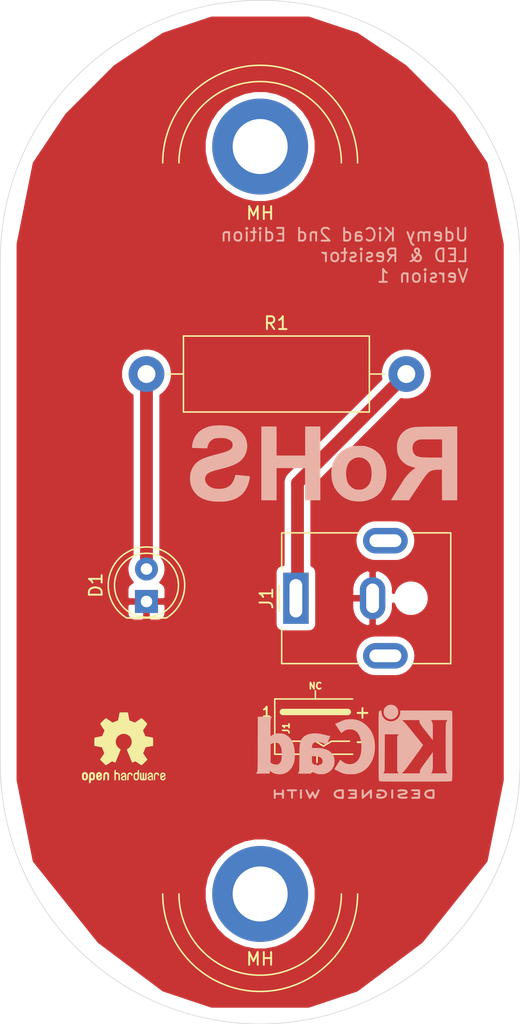
<source format=kicad_pcb>
(kicad_pcb (version 20171130) (host pcbnew "(5.1.9)-1")

  (general
    (thickness 1.6)
    (drawings 26)
    (tracks 6)
    (zones 0)
    (modules 8)
    (nets 5)
  )

  (page A4)
  (layers
    (0 F.Cu signal)
    (31 B.Cu signal)
    (32 B.Adhes user)
    (33 F.Adhes user)
    (34 B.Paste user)
    (35 F.Paste user)
    (36 B.SilkS user)
    (37 F.SilkS user)
    (38 B.Mask user)
    (39 F.Mask user)
    (40 Dwgs.User user)
    (41 Cmts.User user)
    (42 Eco1.User user)
    (43 Eco2.User user)
    (44 Edge.Cuts user)
    (45 Margin user)
    (46 B.CrtYd user)
    (47 F.CrtYd user)
    (48 B.Fab user)
    (49 F.Fab user)
  )

  (setup
    (last_trace_width 0.25)
    (trace_clearance 0.2)
    (zone_clearance 0.508)
    (zone_45_only no)
    (trace_min 0.2)
    (via_size 0.8)
    (via_drill 0.4)
    (via_min_size 0.4)
    (via_min_drill 0.3)
    (uvia_size 0.3)
    (uvia_drill 0.1)
    (uvias_allowed no)
    (uvia_min_size 0.2)
    (uvia_min_drill 0.1)
    (edge_width 0.05)
    (segment_width 0.2)
    (pcb_text_width 0.3)
    (pcb_text_size 1.5 1.5)
    (mod_edge_width 0.12)
    (mod_text_size 1 1)
    (mod_text_width 0.15)
    (pad_size 7.5 7.5)
    (pad_drill 4.3)
    (pad_to_mask_clearance 0)
    (aux_axis_origin 0 0)
    (visible_elements 7FFFFFFF)
    (pcbplotparams
      (layerselection 0x010fc_ffffffff)
      (usegerberextensions false)
      (usegerberattributes true)
      (usegerberadvancedattributes true)
      (creategerberjobfile true)
      (excludeedgelayer true)
      (linewidth 0.100000)
      (plotframeref false)
      (viasonmask false)
      (mode 1)
      (useauxorigin false)
      (hpglpennumber 1)
      (hpglpenspeed 20)
      (hpglpendiameter 15.000000)
      (psnegative false)
      (psa4output false)
      (plotreference true)
      (plotvalue true)
      (plotinvisibletext false)
      (padsonsilk false)
      (subtractmaskfromsilk false)
      (outputformat 1)
      (mirror false)
      (drillshape 1)
      (scaleselection 1)
      (outputdirectory ""))
  )

  (net 0 "")
  (net 1 GND)
  (net 2 "Net-(D1-Pad2)")
  (net 3 +5V)
  (net 4 "Net-(J1-PadMP)")

  (net_class Default "This is the default net class."
    (clearance 0.2)
    (trace_width 0.25)
    (via_dia 0.8)
    (via_drill 0.4)
    (uvia_dia 0.3)
    (uvia_drill 0.1)
    (add_net +5V)
    (add_net GND)
    (add_net "Net-(D1-Pad2)")
    (add_net "Net-(J1-PadMP)")
  )

  (module Symbol:KiCad-Logo2_6mm_SilkScreen (layer B.Cu) (tedit 0) (tstamp 6050F7E8)
    (at 141.986 126.619 180)
    (descr "KiCad Logo")
    (tags "Logo KiCad")
    (attr virtual)
    (fp_text reference REF** (at 0 5.08) (layer B.SilkS) hide
      (effects (font (size 1 1) (thickness 0.15)) (justify mirror))
    )
    (fp_text value KiCad-Logo2_6mm_SilkScreen (at 0 -6.35) (layer B.Fab) hide
      (effects (font (size 1 1) (thickness 0.15)) (justify mirror))
    )
    (fp_poly (pts (xy -5.955743 2.526311) (xy -5.69122 2.526275) (xy -5.568088 2.52627) (xy -3.597189 2.52627)
      (xy -3.597189 2.41009) (xy -3.584789 2.268709) (xy -3.547364 2.138316) (xy -3.484577 2.018138)
      (xy -3.396094 1.907398) (xy -3.366157 1.877489) (xy -3.258466 1.792652) (xy -3.139725 1.730779)
      (xy -3.01346 1.691841) (xy -2.883197 1.67581) (xy -2.752465 1.682658) (xy -2.624788 1.712357)
      (xy -2.503695 1.76488) (xy -2.392712 1.840197) (xy -2.342868 1.885637) (xy -2.249983 1.997048)
      (xy -2.181873 2.119565) (xy -2.139129 2.251785) (xy -2.122347 2.392308) (xy -2.122124 2.406133)
      (xy -2.121244 2.526266) (xy -2.068443 2.526268) (xy -2.021604 2.519911) (xy -1.978817 2.504444)
      (xy -1.975989 2.502846) (xy -1.966325 2.497832) (xy -1.957451 2.493927) (xy -1.949335 2.489993)
      (xy -1.941943 2.484894) (xy -1.935245 2.477492) (xy -1.929208 2.466649) (xy -1.923801 2.451228)
      (xy -1.91899 2.430091) (xy -1.914745 2.402101) (xy -1.911032 2.366121) (xy -1.907821 2.321013)
      (xy -1.905078 2.26564) (xy -1.902772 2.198863) (xy -1.900871 2.119547) (xy -1.899342 2.026553)
      (xy -1.898154 1.918743) (xy -1.897274 1.794981) (xy -1.89667 1.654129) (xy -1.896311 1.49505)
      (xy -1.896165 1.316605) (xy -1.896198 1.117658) (xy -1.89638 0.897071) (xy -1.896677 0.653707)
      (xy -1.897059 0.386428) (xy -1.897492 0.094097) (xy -1.897945 -0.224424) (xy -1.897998 -0.26323)
      (xy -1.898404 -0.583782) (xy -1.898749 -0.878012) (xy -1.899069 -1.147056) (xy -1.8994 -1.392052)
      (xy -1.899779 -1.614137) (xy -1.900243 -1.814447) (xy -1.900828 -1.994119) (xy -1.90157 -2.15429)
      (xy -1.902506 -2.296098) (xy -1.903673 -2.420679) (xy -1.905107 -2.52917) (xy -1.906844 -2.622707)
      (xy -1.908922 -2.702429) (xy -1.911376 -2.769472) (xy -1.914244 -2.824973) (xy -1.917561 -2.870068)
      (xy -1.921364 -2.905895) (xy -1.92569 -2.933591) (xy -1.930575 -2.954293) (xy -1.936055 -2.969137)
      (xy -1.942168 -2.97926) (xy -1.94895 -2.9858) (xy -1.956437 -2.989893) (xy -1.964666 -2.992676)
      (xy -1.973673 -2.995287) (xy -1.983495 -2.998862) (xy -1.985894 -2.99995) (xy -1.993435 -3.002396)
      (xy -2.006056 -3.004642) (xy -2.024859 -3.006698) (xy -2.050947 -3.008572) (xy -2.085422 -3.010271)
      (xy -2.129385 -3.011803) (xy -2.183939 -3.013177) (xy -2.250185 -3.0144) (xy -2.329226 -3.015481)
      (xy -2.422163 -3.016427) (xy -2.530099 -3.017247) (xy -2.654136 -3.017947) (xy -2.795376 -3.018538)
      (xy -2.954921 -3.019025) (xy -3.133872 -3.019419) (xy -3.333332 -3.019725) (xy -3.554404 -3.019953)
      (xy -3.798188 -3.02011) (xy -4.065787 -3.020205) (xy -4.358303 -3.020245) (xy -4.676839 -3.020238)
      (xy -4.780021 -3.020228) (xy -5.105623 -3.020176) (xy -5.404881 -3.020091) (xy -5.678909 -3.019963)
      (xy -5.928824 -3.019785) (xy -6.15574 -3.019548) (xy -6.360773 -3.019242) (xy -6.545038 -3.01886)
      (xy -6.70965 -3.018392) (xy -6.855725 -3.01783) (xy -6.984376 -3.017165) (xy -7.096721 -3.016388)
      (xy -7.193874 -3.015491) (xy -7.27695 -3.014465) (xy -7.347064 -3.013301) (xy -7.405332 -3.011991)
      (xy -7.452869 -3.010525) (xy -7.49079 -3.008896) (xy -7.52021 -3.007093) (xy -7.542245 -3.00511)
      (xy -7.55801 -3.002936) (xy -7.56862 -3.000563) (xy -7.574404 -2.998391) (xy -7.584684 -2.994056)
      (xy -7.594122 -2.990859) (xy -7.602755 -2.987665) (xy -7.610619 -2.983338) (xy -7.617748 -2.976744)
      (xy -7.624179 -2.966747) (xy -7.629947 -2.952212) (xy -7.635089 -2.932003) (xy -7.63964 -2.904985)
      (xy -7.643635 -2.870023) (xy -7.647111 -2.825981) (xy -7.650102 -2.771724) (xy -7.652646 -2.706117)
      (xy -7.654777 -2.628024) (xy -7.656532 -2.53631) (xy -7.657945 -2.42984) (xy -7.658315 -2.388973)
      (xy -7.291884 -2.388973) (xy -5.996734 -2.388973) (xy -6.021655 -2.351217) (xy -6.046447 -2.312417)
      (xy -6.06744 -2.275469) (xy -6.084935 -2.237788) (xy -6.09923 -2.196788) (xy -6.110623 -2.149883)
      (xy -6.119413 -2.094487) (xy -6.125898 -2.028016) (xy -6.130377 -1.947883) (xy -6.13315 -1.851502)
      (xy -6.134513 -1.736289) (xy -6.134767 -1.599657) (xy -6.134209 -1.43902) (xy -6.133893 -1.379382)
      (xy -6.130325 -0.740041) (xy -5.725298 -1.291449) (xy -5.610554 -1.447876) (xy -5.511143 -1.584088)
      (xy -5.42599 -1.70189) (xy -5.354022 -1.803084) (xy -5.294166 -1.889477) (xy -5.245348 -1.962874)
      (xy -5.206495 -2.025077) (xy -5.176534 -2.077893) (xy -5.154391 -2.123125) (xy -5.138993 -2.162578)
      (xy -5.129266 -2.198058) (xy -5.124137 -2.231368) (xy -5.122532 -2.264313) (xy -5.123379 -2.298697)
      (xy -5.123595 -2.303019) (xy -5.128054 -2.389031) (xy -3.708692 -2.388973) (xy -3.814265 -2.282522)
      (xy -3.842913 -2.253406) (xy -3.87009 -2.225076) (xy -3.896989 -2.195968) (xy -3.924803 -2.16452)
      (xy -3.954725 -2.129169) (xy -3.987946 -2.088354) (xy -4.025661 -2.040511) (xy -4.06906 -1.984079)
      (xy -4.119338 -1.917494) (xy -4.177688 -1.839195) (xy -4.2453 -1.747619) (xy -4.323369 -1.641204)
      (xy -4.413088 -1.518387) (xy -4.515648 -1.377605) (xy -4.632242 -1.217297) (xy -4.727809 -1.085798)
      (xy -4.847749 -0.920596) (xy -4.95238 -0.776152) (xy -5.042648 -0.651094) (xy -5.119503 -0.544052)
      (xy -5.183891 -0.453654) (xy -5.236761 -0.378529) (xy -5.27906 -0.317304) (xy -5.311736 -0.26861)
      (xy -5.335738 -0.231074) (xy -5.352013 -0.203325) (xy -5.361508 -0.183992) (xy -5.365173 -0.171703)
      (xy -5.364071 -0.165242) (xy -5.350724 -0.148048) (xy -5.321866 -0.111655) (xy -5.27924 -0.058224)
      (xy -5.224585 0.010081) (xy -5.159644 0.091097) (xy -5.086158 0.18266) (xy -5.005868 0.282608)
      (xy -4.920515 0.388776) (xy -4.83184 0.499003) (xy -4.741586 0.611124) (xy -4.691944 0.672756)
      (xy -3.459373 0.672756) (xy -3.408146 0.580081) (xy -3.356919 0.487405) (xy -3.356919 -2.203622)
      (xy -3.408146 -2.296298) (xy -3.459373 -2.388973) (xy -2.853396 -2.388973) (xy -2.708734 -2.388931)
      (xy -2.589244 -2.388741) (xy -2.492642 -2.388308) (xy -2.416642 -2.387536) (xy -2.358957 -2.38633)
      (xy -2.317301 -2.384594) (xy -2.289389 -2.382232) (xy -2.272935 -2.37915) (xy -2.265652 -2.375251)
      (xy -2.265255 -2.37044) (xy -2.269458 -2.364622) (xy -2.269501 -2.364574) (xy -2.286813 -2.339532)
      (xy -2.309736 -2.298815) (xy -2.329981 -2.258168) (xy -2.368379 -2.176162) (xy -2.376211 0.672756)
      (xy -3.459373 0.672756) (xy -4.691944 0.672756) (xy -4.651493 0.722976) (xy -4.563302 0.832396)
      (xy -4.478754 0.937222) (xy -4.399592 1.035289) (xy -4.327556 1.124434) (xy -4.264387 1.202495)
      (xy -4.211827 1.267308) (xy -4.171617 1.31671) (xy -4.148 1.345513) (xy -4.05629 1.453222)
      (xy -3.96806 1.55042) (xy -3.886403 1.633924) (xy -3.81441 1.700552) (xy -3.763319 1.741401)
      (xy -3.702907 1.784865) (xy -5.092298 1.784865) (xy -5.091908 1.703334) (xy -5.095791 1.643394)
      (xy -5.11039 1.587823) (xy -5.132988 1.535145) (xy -5.147678 1.505385) (xy -5.163472 1.475897)
      (xy -5.181814 1.444724) (xy -5.204145 1.409907) (xy -5.231909 1.36949) (xy -5.266549 1.321514)
      (xy -5.309507 1.264022) (xy -5.362227 1.195057) (xy -5.426151 1.112661) (xy -5.502721 1.014876)
      (xy -5.593381 0.899745) (xy -5.699574 0.76531) (xy -5.711568 0.750141) (xy -6.130325 0.220588)
      (xy -6.134378 0.807078) (xy -6.135195 0.982749) (xy -6.135021 1.131468) (xy -6.133849 1.253725)
      (xy -6.131669 1.350011) (xy -6.128474 1.420817) (xy -6.124256 1.466631) (xy -6.122838 1.475321)
      (xy -6.100591 1.566865) (xy -6.071443 1.649392) (xy -6.038182 1.715747) (xy -6.0182 1.74389)
      (xy -5.983722 1.784865) (xy -6.637914 1.784865) (xy -6.793969 1.784731) (xy -6.924467 1.784297)
      (xy -7.03131 1.783511) (xy -7.116398 1.782324) (xy -7.181635 1.780683) (xy -7.228921 1.778539)
      (xy -7.260157 1.775841) (xy -7.277246 1.772538) (xy -7.282088 1.768579) (xy -7.281753 1.767702)
      (xy -7.267885 1.746769) (xy -7.244732 1.713588) (xy -7.232754 1.696807) (xy -7.220369 1.68006)
      (xy -7.209237 1.665085) (xy -7.199288 1.650406) (xy -7.190451 1.634551) (xy -7.182657 1.616045)
      (xy -7.175835 1.593415) (xy -7.169916 1.565187) (xy -7.164829 1.529887) (xy -7.160504 1.486042)
      (xy -7.156871 1.432178) (xy -7.15386 1.36682) (xy -7.151401 1.288496) (xy -7.149423 1.195732)
      (xy -7.147858 1.087053) (xy -7.146634 0.960987) (xy -7.145681 0.816058) (xy -7.14493 0.650794)
      (xy -7.144311 0.463721) (xy -7.143752 0.253365) (xy -7.143185 0.018252) (xy -7.142655 -0.197741)
      (xy -7.142155 -0.438535) (xy -7.141895 -0.668274) (xy -7.141868 -0.885493) (xy -7.142067 -1.088722)
      (xy -7.142486 -1.276496) (xy -7.143118 -1.447345) (xy -7.143956 -1.599803) (xy -7.144992 -1.732403)
      (xy -7.14622 -1.843676) (xy -7.147633 -1.932156) (xy -7.149225 -1.996375) (xy -7.150987 -2.034865)
      (xy -7.151321 -2.038933) (xy -7.163466 -2.132248) (xy -7.182427 -2.20719) (xy -7.211302 -2.272594)
      (xy -7.25319 -2.337293) (xy -7.258429 -2.344352) (xy -7.291884 -2.388973) (xy -7.658315 -2.388973)
      (xy -7.659054 -2.307479) (xy -7.659893 -2.16809) (xy -7.660498 -2.010539) (xy -7.660905 -1.833691)
      (xy -7.66115 -1.63641) (xy -7.661267 -1.41756) (xy -7.661295 -1.176007) (xy -7.661267 -0.910615)
      (xy -7.66122 -0.620249) (xy -7.66119 -0.303773) (xy -7.661189 -0.240946) (xy -7.661172 0.078863)
      (xy -7.661112 0.372339) (xy -7.661002 0.64061) (xy -7.660833 0.884802) (xy -7.660597 1.106043)
      (xy -7.660284 1.30546) (xy -7.659885 1.48418) (xy -7.659393 1.643329) (xy -7.658797 1.784034)
      (xy -7.65809 1.907424) (xy -7.657263 2.014624) (xy -7.656307 2.106762) (xy -7.655213 2.184965)
      (xy -7.653973 2.250359) (xy -7.652578 2.304072) (xy -7.651018 2.347231) (xy -7.649286 2.380963)
      (xy -7.647372 2.406395) (xy -7.645268 2.424653) (xy -7.642966 2.436866) (xy -7.640455 2.444159)
      (xy -7.640363 2.444341) (xy -7.635192 2.455482) (xy -7.630885 2.465569) (xy -7.626121 2.474654)
      (xy -7.619578 2.482788) (xy -7.609935 2.490024) (xy -7.595871 2.496414) (xy -7.576063 2.502011)
      (xy -7.549191 2.506867) (xy -7.513933 2.511034) (xy -7.468968 2.514564) (xy -7.412974 2.517509)
      (xy -7.344629 2.519923) (xy -7.262614 2.521856) (xy -7.165605 2.523362) (xy -7.052282 2.524492)
      (xy -6.921323 2.525298) (xy -6.771407 2.525834) (xy -6.601213 2.526151) (xy -6.409418 2.526301)
      (xy -6.194702 2.526337) (xy -5.955743 2.526311)) (layer B.SilkS) (width 0.01))
    (fp_poly (pts (xy 0.439962 1.839501) (xy 0.588014 1.823293) (xy 0.731452 1.794282) (xy 0.87611 1.750955)
      (xy 1.027824 1.691799) (xy 1.192428 1.6153) (xy 1.222071 1.600483) (xy 1.290098 1.566969)
      (xy 1.354256 1.536792) (xy 1.408215 1.512834) (xy 1.44564 1.497976) (xy 1.451389 1.496105)
      (xy 1.506486 1.479598) (xy 1.259851 1.120799) (xy 1.199552 1.033107) (xy 1.144422 0.952988)
      (xy 1.096336 0.883164) (xy 1.057168 0.826353) (xy 1.028794 0.785277) (xy 1.013087 0.762654)
      (xy 1.010536 0.759072) (xy 1.000171 0.766562) (xy 0.97466 0.789082) (xy 0.938563 0.822539)
      (xy 0.918642 0.84145) (xy 0.805773 0.931222) (xy 0.679014 0.999439) (xy 0.569783 1.036805)
      (xy 0.504214 1.04854) (xy 0.422116 1.055692) (xy 0.333144 1.058126) (xy 0.246956 1.055712)
      (xy 0.173205 1.048317) (xy 0.143776 1.042653) (xy 0.011133 0.997018) (xy -0.108394 0.927337)
      (xy -0.214717 0.83374) (xy -0.307747 0.716351) (xy -0.387395 0.5753) (xy -0.453574 0.410714)
      (xy -0.506194 0.22272) (xy -0.537467 0.061783) (xy -0.545626 -0.009263) (xy -0.551185 -0.101046)
      (xy -0.554198 -0.206968) (xy -0.554719 -0.320434) (xy -0.5528 -0.434849) (xy -0.548497 -0.543617)
      (xy -0.541863 -0.640143) (xy -0.532951 -0.717831) (xy -0.531021 -0.729817) (xy -0.488501 -0.922892)
      (xy -0.430567 -1.093773) (xy -0.356867 -1.243224) (xy -0.267049 -1.372011) (xy -0.203293 -1.441639)
      (xy -0.088714 -1.536173) (xy 0.036942 -1.606246) (xy 0.171557 -1.651477) (xy 0.313011 -1.671484)
      (xy 0.459183 -1.665885) (xy 0.607955 -1.6343) (xy 0.695911 -1.603394) (xy 0.817629 -1.541506)
      (xy 0.94308 -1.452729) (xy 1.013353 -1.392694) (xy 1.052811 -1.357947) (xy 1.083812 -1.332454)
      (xy 1.101458 -1.32017) (xy 1.103648 -1.319795) (xy 1.111524 -1.332347) (xy 1.131932 -1.365516)
      (xy 1.163132 -1.416458) (xy 1.203386 -1.482331) (xy 1.250957 -1.560289) (xy 1.304104 -1.64749)
      (xy 1.333687 -1.696067) (xy 1.559648 -2.067215) (xy 1.277527 -2.206639) (xy 1.175522 -2.256719)
      (xy 1.092889 -2.29621) (xy 1.024578 -2.327073) (xy 0.965537 -2.351268) (xy 0.910714 -2.370758)
      (xy 0.85506 -2.387503) (xy 0.793523 -2.403465) (xy 0.73454 -2.417482) (xy 0.682115 -2.428329)
      (xy 0.627288 -2.436526) (xy 0.564572 -2.442528) (xy 0.488477 -2.44679) (xy 0.393516 -2.449767)
      (xy 0.329513 -2.451052) (xy 0.238192 -2.45193) (xy 0.150627 -2.451487) (xy 0.072612 -2.449852)
      (xy 0.009942 -2.447149) (xy -0.031587 -2.443505) (xy -0.034048 -2.443142) (xy -0.249697 -2.396487)
      (xy -0.452207 -2.325729) (xy -0.641505 -2.230914) (xy -0.817521 -2.112089) (xy -0.980184 -1.9693)
      (xy -1.129422 -1.802594) (xy -1.237504 -1.654433) (xy -1.352566 -1.460502) (xy -1.445577 -1.255699)
      (xy -1.516987 -1.038383) (xy -1.567244 -0.806912) (xy -1.596799 -0.559643) (xy -1.606111 -0.308559)
      (xy -1.598452 -0.06567) (xy -1.574387 0.15843) (xy -1.533148 0.367523) (xy -1.473973 0.565387)
      (xy -1.396096 0.755804) (xy -1.386797 0.775532) (xy -1.284352 0.959941) (xy -1.158528 1.135424)
      (xy -1.012888 1.29835) (xy -0.850999 1.445086) (xy -0.676424 1.571999) (xy -0.513756 1.665095)
      (xy -0.349427 1.738009) (xy -0.184749 1.790826) (xy -0.013348 1.824985) (xy 0.171153 1.841922)
      (xy 0.281459 1.84442) (xy 0.439962 1.839501)) (layer B.SilkS) (width 0.01))
    (fp_poly (pts (xy 3.167505 0.735771) (xy 3.235531 0.730622) (xy 3.430163 0.704727) (xy 3.602529 0.663425)
      (xy 3.75347 0.606147) (xy 3.883825 0.532326) (xy 3.994434 0.441392) (xy 4.086135 0.332778)
      (xy 4.15977 0.205915) (xy 4.213539 0.068648) (xy 4.227187 0.024863) (xy 4.239073 -0.016141)
      (xy 4.249334 -0.056569) (xy 4.258113 -0.09863) (xy 4.265548 -0.144531) (xy 4.27178 -0.19648)
      (xy 4.27695 -0.256685) (xy 4.281196 -0.327352) (xy 4.28466 -0.410689) (xy 4.287481 -0.508905)
      (xy 4.2898 -0.624205) (xy 4.291757 -0.758799) (xy 4.293491 -0.914893) (xy 4.295143 -1.094695)
      (xy 4.296324 -1.235676) (xy 4.30427 -2.203622) (xy 4.355756 -2.29677) (xy 4.380137 -2.341645)
      (xy 4.39828 -2.376501) (xy 4.406935 -2.395054) (xy 4.407243 -2.396311) (xy 4.394014 -2.397749)
      (xy 4.356326 -2.399074) (xy 4.297183 -2.400249) (xy 4.219586 -2.401237) (xy 4.126536 -2.401999)
      (xy 4.021035 -2.4025) (xy 3.906084 -2.402701) (xy 3.892378 -2.402703) (xy 3.377513 -2.402703)
      (xy 3.377513 -2.286) (xy 3.376635 -2.23326) (xy 3.374292 -2.192926) (xy 3.370921 -2.1713)
      (xy 3.369431 -2.169298) (xy 3.355804 -2.177683) (xy 3.327757 -2.199692) (xy 3.291303 -2.230601)
      (xy 3.290485 -2.231316) (xy 3.223962 -2.280843) (xy 3.139948 -2.330575) (xy 3.047937 -2.375626)
      (xy 2.957421 -2.41111) (xy 2.917567 -2.423236) (xy 2.838255 -2.438637) (xy 2.740935 -2.448465)
      (xy 2.634516 -2.45258) (xy 2.527907 -2.450841) (xy 2.430017 -2.443108) (xy 2.361513 -2.431981)
      (xy 2.19352 -2.382648) (xy 2.042281 -2.312342) (xy 1.908782 -2.221933) (xy 1.794006 -2.112295)
      (xy 1.698937 -1.984299) (xy 1.62456 -1.838818) (xy 1.592474 -1.750541) (xy 1.572365 -1.664739)
      (xy 1.559038 -1.561736) (xy 1.552872 -1.451034) (xy 1.553074 -1.434925) (xy 2.481648 -1.434925)
      (xy 2.489348 -1.517184) (xy 2.514989 -1.585546) (xy 2.562378 -1.64897) (xy 2.580579 -1.667567)
      (xy 2.645282 -1.717846) (xy 2.720066 -1.750056) (xy 2.809662 -1.765648) (xy 2.904012 -1.766796)
      (xy 2.993501 -1.759216) (xy 3.062018 -1.744389) (xy 3.091775 -1.733253) (xy 3.145408 -1.702904)
      (xy 3.202235 -1.660221) (xy 3.254082 -1.612317) (xy 3.292778 -1.566301) (xy 3.303054 -1.549421)
      (xy 3.311042 -1.525782) (xy 3.316721 -1.488168) (xy 3.320356 -1.432985) (xy 3.322211 -1.35664)
      (xy 3.322594 -1.283981) (xy 3.322335 -1.19927) (xy 3.321287 -1.138018) (xy 3.319045 -1.096227)
      (xy 3.315206 -1.069899) (xy 3.309365 -1.055035) (xy 3.301118 -1.047639) (xy 3.298567 -1.046461)
      (xy 3.2764 -1.042833) (xy 3.23268 -1.039866) (xy 3.173311 -1.037827) (xy 3.104196 -1.036983)
      (xy 3.089189 -1.036982) (xy 2.996805 -1.038457) (xy 2.925432 -1.042842) (xy 2.868719 -1.050738)
      (xy 2.821872 -1.06227) (xy 2.705669 -1.106215) (xy 2.614543 -1.160243) (xy 2.547705 -1.225219)
      (xy 2.504365 -1.302005) (xy 2.483734 -1.391467) (xy 2.481648 -1.434925) (xy 1.553074 -1.434925)
      (xy 1.554244 -1.342133) (xy 1.563532 -1.244536) (xy 1.570777 -1.205105) (xy 1.617039 -1.058701)
      (xy 1.687384 -0.923995) (xy 1.780484 -0.80228) (xy 1.895012 -0.694847) (xy 2.02964 -0.602988)
      (xy 2.18304 -0.527996) (xy 2.313459 -0.482458) (xy 2.400623 -0.458533) (xy 2.483996 -0.439943)
      (xy 2.568976 -0.426084) (xy 2.660965 -0.416351) (xy 2.765362 -0.410141) (xy 2.887568 -0.406851)
      (xy 2.998055 -0.405924) (xy 3.325677 -0.405027) (xy 3.319401 -0.306547) (xy 3.301579 -0.199695)
      (xy 3.263667 -0.107852) (xy 3.20728 -0.03331) (xy 3.134031 0.021636) (xy 3.069535 0.048448)
      (xy 2.977123 0.065346) (xy 2.867111 0.067773) (xy 2.744656 0.056622) (xy 2.614914 0.03279)
      (xy 2.483042 -0.00283) (xy 2.354198 -0.049343) (xy 2.260566 -0.091883) (xy 2.215517 -0.113728)
      (xy 2.181156 -0.128984) (xy 2.163681 -0.134937) (xy 2.162733 -0.134746) (xy 2.156703 -0.121412)
      (xy 2.141645 -0.086068) (xy 2.118977 -0.032101) (xy 2.090115 0.037104) (xy 2.056477 0.11816)
      (xy 2.022284 0.200882) (xy 1.885586 0.532197) (xy 1.98282 0.548167) (xy 2.024964 0.55618)
      (xy 2.088319 0.569639) (xy 2.167457 0.587321) (xy 2.256951 0.608004) (xy 2.351373 0.630468)
      (xy 2.388973 0.639597) (xy 2.551637 0.677326) (xy 2.69405 0.705612) (xy 2.821527 0.725028)
      (xy 2.939384 0.736146) (xy 3.052938 0.739536) (xy 3.167505 0.735771)) (layer B.SilkS) (width 0.01))
    (fp_poly (pts (xy 6.84227 2.043175) (xy 6.959041 2.042696) (xy 6.998729 2.042455) (xy 7.544486 2.038865)
      (xy 7.551351 -0.054919) (xy 7.552258 -0.338842) (xy 7.553062 -0.59664) (xy 7.553815 -0.829646)
      (xy 7.554569 -1.039194) (xy 7.555375 -1.226618) (xy 7.556285 -1.39325) (xy 7.557351 -1.540425)
      (xy 7.558624 -1.669477) (xy 7.560156 -1.781739) (xy 7.561998 -1.878544) (xy 7.564203 -1.961226)
      (xy 7.566822 -2.031119) (xy 7.569906 -2.089557) (xy 7.573508 -2.137872) (xy 7.577678 -2.1774)
      (xy 7.582469 -2.209473) (xy 7.587931 -2.235424) (xy 7.594118 -2.256589) (xy 7.60108 -2.274299)
      (xy 7.608869 -2.289889) (xy 7.617537 -2.304693) (xy 7.627135 -2.320044) (xy 7.637715 -2.337276)
      (xy 7.639884 -2.340946) (xy 7.676268 -2.403031) (xy 7.150431 -2.399434) (xy 6.624594 -2.395838)
      (xy 6.617729 -2.280331) (xy 6.613992 -2.224899) (xy 6.610097 -2.192851) (xy 6.604811 -2.180135)
      (xy 6.596903 -2.182696) (xy 6.59027 -2.190024) (xy 6.561374 -2.216714) (xy 6.514279 -2.251021)
      (xy 6.45562 -2.288846) (xy 6.392031 -2.32609) (xy 6.330149 -2.358653) (xy 6.282634 -2.380077)
      (xy 6.171316 -2.415283) (xy 6.043596 -2.440222) (xy 5.908901 -2.453941) (xy 5.776663 -2.455486)
      (xy 5.656308 -2.443906) (xy 5.654326 -2.443574) (xy 5.489641 -2.40225) (xy 5.335479 -2.336412)
      (xy 5.193328 -2.247474) (xy 5.064675 -2.136852) (xy 4.951007 -2.005961) (xy 4.85381 -1.856216)
      (xy 4.774572 -1.689033) (xy 4.73143 -1.56519) (xy 4.702979 -1.461581) (xy 4.68188 -1.361252)
      (xy 4.667488 -1.258109) (xy 4.659158 -1.146057) (xy 4.656245 -1.019001) (xy 4.657535 -0.915252)
      (xy 5.67065 -0.915252) (xy 5.675444 -1.089222) (xy 5.690568 -1.238895) (xy 5.716485 -1.365597)
      (xy 5.753663 -1.470658) (xy 5.802565 -1.555406) (xy 5.863658 -1.621169) (xy 5.934177 -1.667659)
      (xy 5.970871 -1.685014) (xy 6.002696 -1.695419) (xy 6.038177 -1.700179) (xy 6.085841 -1.700601)
      (xy 6.137189 -1.698748) (xy 6.238169 -1.689841) (xy 6.318035 -1.672398) (xy 6.343135 -1.663661)
      (xy 6.400448 -1.637857) (xy 6.460897 -1.605453) (xy 6.487297 -1.589233) (xy 6.555946 -1.544205)
      (xy 6.555946 -0.116982) (xy 6.480432 -0.071718) (xy 6.375121 -0.020572) (xy 6.267525 0.009676)
      (xy 6.161581 0.019205) (xy 6.061224 0.008193) (xy 5.970387 -0.023181) (xy 5.893007 -0.07474)
      (xy 5.868039 -0.099488) (xy 5.807856 -0.180577) (xy 5.759145 -0.278734) (xy 5.721499 -0.395643)
      (xy 5.694512 -0.532985) (xy 5.677775 -0.692444) (xy 5.670883 -0.8757) (xy 5.67065 -0.915252)
      (xy 4.657535 -0.915252) (xy 4.658073 -0.872067) (xy 4.669647 -0.646053) (xy 4.69292 -0.442192)
      (xy 4.728504 -0.257513) (xy 4.777013 -0.089048) (xy 4.83906 0.066174) (xy 4.861201 0.112192)
      (xy 4.950385 0.262261) (xy 5.058159 0.395623) (xy 5.18199 0.510123) (xy 5.319342 0.603611)
      (xy 5.467683 0.673932) (xy 5.556604 0.70294) (xy 5.643933 0.72016) (xy 5.749011 0.730406)
      (xy 5.863029 0.733682) (xy 5.977177 0.729991) (xy 6.082648 0.71934) (xy 6.167334 0.70263)
      (xy 6.268128 0.66986) (xy 6.365822 0.627721) (xy 6.451296 0.580481) (xy 6.496789 0.548419)
      (xy 6.528169 0.524578) (xy 6.550142 0.510061) (xy 6.555141 0.508) (xy 6.55669 0.521282)
      (xy 6.558135 0.559337) (xy 6.559443 0.619481) (xy 6.560583 0.699027) (xy 6.561521 0.795289)
      (xy 6.562226 0.905581) (xy 6.562667 1.027219) (xy 6.562811 1.151115) (xy 6.56273 1.309804)
      (xy 6.562335 1.443592) (xy 6.561395 1.55504) (xy 6.55968 1.646705) (xy 6.556957 1.721147)
      (xy 6.552997 1.780925) (xy 6.547569 1.828598) (xy 6.540441 1.866726) (xy 6.531384 1.897866)
      (xy 6.520167 1.924579) (xy 6.506558 1.949423) (xy 6.490328 1.974957) (xy 6.48824 1.978119)
      (xy 6.467306 2.01119) (xy 6.454667 2.033931) (xy 6.452973 2.038728) (xy 6.466216 2.040241)
      (xy 6.504002 2.041472) (xy 6.563416 2.042401) (xy 6.641542 2.043008) (xy 6.735465 2.043273)
      (xy 6.84227 2.043175)) (layer B.SilkS) (width 0.01))
    (fp_poly (pts (xy -2.726079 2.96351) (xy -2.622973 2.927762) (xy -2.526978 2.871493) (xy -2.441247 2.794712)
      (xy -2.36893 2.697427) (xy -2.336445 2.636108) (xy -2.308332 2.55034) (xy -2.294705 2.451323)
      (xy -2.296214 2.349529) (xy -2.312969 2.257286) (xy -2.358763 2.144568) (xy -2.425168 2.046793)
      (xy -2.508809 1.965885) (xy -2.606312 1.903768) (xy -2.7143 1.862366) (xy -2.829399 1.843603)
      (xy -2.948234 1.849402) (xy -3.006811 1.861794) (xy -3.120972 1.906203) (xy -3.222365 1.973967)
      (xy -3.308545 2.062999) (xy -3.377066 2.171209) (xy -3.382864 2.183027) (xy -3.402904 2.227372)
      (xy -3.415487 2.26472) (xy -3.422319 2.30412) (xy -3.425105 2.354619) (xy -3.425568 2.409567)
      (xy -3.424803 2.475585) (xy -3.421352 2.523311) (xy -3.413477 2.561897) (xy -3.399443 2.600494)
      (xy -3.38212 2.638574) (xy -3.317505 2.746672) (xy -3.237934 2.834197) (xy -3.14656 2.901159)
      (xy -3.046536 2.947564) (xy -2.941012 2.973419) (xy -2.833142 2.978732) (xy -2.726079 2.96351)) (layer B.SilkS) (width 0.01))
    (fp_poly (pts (xy 6.240531 -3.640725) (xy 6.27191 -3.662968) (xy 6.299619 -3.690677) (xy 6.299619 -4.000112)
      (xy 6.299546 -4.091991) (xy 6.299203 -4.164032) (xy 6.2984 -4.218972) (xy 6.296949 -4.259552)
      (xy 6.29466 -4.288509) (xy 6.291344 -4.308583) (xy 6.286813 -4.322513) (xy 6.280877 -4.333037)
      (xy 6.276222 -4.339292) (xy 6.245491 -4.363865) (xy 6.210204 -4.366533) (xy 6.177953 -4.351463)
      (xy 6.167296 -4.342566) (xy 6.160172 -4.330749) (xy 6.155875 -4.311718) (xy 6.153699 -4.281184)
      (xy 6.152936 -4.234854) (xy 6.152863 -4.199063) (xy 6.152863 -4.064237) (xy 5.656152 -4.064237)
      (xy 5.656152 -4.186892) (xy 5.655639 -4.242979) (xy 5.653584 -4.281525) (xy 5.649216 -4.307553)
      (xy 5.641764 -4.326089) (xy 5.632755 -4.339292) (xy 5.601852 -4.363796) (xy 5.566904 -4.366698)
      (xy 5.533446 -4.349281) (xy 5.524312 -4.340151) (xy 5.51786 -4.328047) (xy 5.513605 -4.309193)
      (xy 5.51106 -4.279812) (xy 5.509737 -4.236129) (xy 5.509151 -4.174367) (xy 5.509083 -4.160192)
      (xy 5.508599 -4.043823) (xy 5.508349 -3.947919) (xy 5.508431 -3.870369) (xy 5.508939 -3.809061)
      (xy 5.50997 -3.761882) (xy 5.511621 -3.726722) (xy 5.513987 -3.701468) (xy 5.517165 -3.684009)
      (xy 5.521252 -3.672233) (xy 5.526342 -3.664027) (xy 5.531974 -3.657837) (xy 5.563836 -3.638036)
      (xy 5.597065 -3.640725) (xy 5.628443 -3.662968) (xy 5.641141 -3.677318) (xy 5.649234 -3.69317)
      (xy 5.65375 -3.715746) (xy 5.655714 -3.75027) (xy 5.656152 -3.801968) (xy 5.656152 -3.917481)
      (xy 6.152863 -3.917481) (xy 6.152863 -3.798948) (xy 6.15337 -3.74434) (xy 6.155406 -3.707467)
      (xy 6.159743 -3.683499) (xy 6.167155 -3.667607) (xy 6.175441 -3.657837) (xy 6.207302 -3.638036)
      (xy 6.240531 -3.640725)) (layer B.SilkS) (width 0.01))
    (fp_poly (pts (xy 4.974773 -3.635355) (xy 5.05348 -3.635734) (xy 5.114571 -3.636525) (xy 5.160525 -3.637862)
      (xy 5.193822 -3.639875) (xy 5.216944 -3.642698) (xy 5.23237 -3.646461) (xy 5.242579 -3.651297)
      (xy 5.247521 -3.655014) (xy 5.273165 -3.68755) (xy 5.276267 -3.72133) (xy 5.260419 -3.752018)
      (xy 5.250056 -3.764281) (xy 5.238904 -3.772642) (xy 5.222743 -3.777849) (xy 5.19735 -3.780649)
      (xy 5.158506 -3.781788) (xy 5.101988 -3.782013) (xy 5.090888 -3.782014) (xy 4.944952 -3.782014)
      (xy 4.944952 -4.052948) (xy 4.944856 -4.138346) (xy 4.944419 -4.204056) (xy 4.94342 -4.252966)
      (xy 4.941636 -4.287965) (xy 4.938845 -4.311941) (xy 4.934825 -4.327785) (xy 4.929353 -4.338383)
      (xy 4.922374 -4.346459) (xy 4.889442 -4.366304) (xy 4.855062 -4.36474) (xy 4.823884 -4.342098)
      (xy 4.821594 -4.339292) (xy 4.814137 -4.328684) (xy 4.808455 -4.316273) (xy 4.804309 -4.299042)
      (xy 4.801458 -4.273976) (xy 4.799662 -4.238059) (xy 4.79868 -4.188275) (xy 4.798272 -4.121609)
      (xy 4.798197 -4.045781) (xy 4.798197 -3.782014) (xy 4.658835 -3.782014) (xy 4.59903 -3.78161)
      (xy 4.557626 -3.780032) (xy 4.530456 -3.776739) (xy 4.513354 -3.771184) (xy 4.502151 -3.762823)
      (xy 4.500791 -3.76137) (xy 4.484433 -3.728131) (xy 4.48588 -3.690554) (xy 4.504686 -3.657837)
      (xy 4.511958 -3.65149) (xy 4.521335 -3.646458) (xy 4.535317 -3.642588) (xy 4.556404 -3.639729)
      (xy 4.587097 -3.637727) (xy 4.629897 -3.636431) (xy 4.687303 -3.63569) (xy 4.761818 -3.63535)
      (xy 4.855941 -3.63526) (xy 4.875968 -3.635259) (xy 4.974773 -3.635355)) (layer B.SilkS) (width 0.01))
    (fp_poly (pts (xy 4.200322 -3.642069) (xy 4.224035 -3.656839) (xy 4.250686 -3.678419) (xy 4.250686 -3.999965)
      (xy 4.250601 -4.094022) (xy 4.250237 -4.168124) (xy 4.249432 -4.224896) (xy 4.248021 -4.26696)
      (xy 4.245841 -4.29694) (xy 4.242729 -4.317459) (xy 4.238522 -4.331141) (xy 4.233056 -4.340608)
      (xy 4.22918 -4.345274) (xy 4.197742 -4.365767) (xy 4.161941 -4.364931) (xy 4.130581 -4.347456)
      (xy 4.10393 -4.325876) (xy 4.10393 -3.678419) (xy 4.130581 -3.656839) (xy 4.156302 -3.641141)
      (xy 4.177308 -3.635259) (xy 4.200322 -3.642069)) (layer B.SilkS) (width 0.01))
    (fp_poly (pts (xy 3.756373 -3.637226) (xy 3.775963 -3.644227) (xy 3.776718 -3.644569) (xy 3.803321 -3.66487)
      (xy 3.817978 -3.685753) (xy 3.820846 -3.695544) (xy 3.820704 -3.708553) (xy 3.816669 -3.727087)
      (xy 3.807854 -3.753449) (xy 3.793377 -3.789944) (xy 3.772353 -3.838879) (xy 3.743896 -3.902557)
      (xy 3.707123 -3.983285) (xy 3.686883 -4.027408) (xy 3.650333 -4.106177) (xy 3.616023 -4.178615)
      (xy 3.58526 -4.242072) (xy 3.559356 -4.2939) (xy 3.539618 -4.331451) (xy 3.527358 -4.352076)
      (xy 3.524932 -4.354925) (xy 3.493891 -4.367494) (xy 3.458829 -4.365811) (xy 3.430708 -4.350524)
      (xy 3.429562 -4.349281) (xy 3.418376 -4.332346) (xy 3.399612 -4.299362) (xy 3.375583 -4.254572)
      (xy 3.348605 -4.202224) (xy 3.338909 -4.182934) (xy 3.265722 -4.036342) (xy 3.185948 -4.195585)
      (xy 3.157475 -4.250607) (xy 3.131058 -4.298324) (xy 3.108856 -4.335085) (xy 3.093027 -4.357236)
      (xy 3.087662 -4.361933) (xy 3.045965 -4.368294) (xy 3.011557 -4.354925) (xy 3.001436 -4.340638)
      (xy 2.983922 -4.308884) (xy 2.960443 -4.262789) (xy 2.932428 -4.205477) (xy 2.901307 -4.140072)
      (xy 2.868507 -4.069699) (xy 2.835458 -3.997483) (xy 2.803589 -3.926547) (xy 2.774327 -3.860017)
      (xy 2.749103 -3.801018) (xy 2.729344 -3.752673) (xy 2.71648 -3.718107) (xy 2.711939 -3.700445)
      (xy 2.711985 -3.699805) (xy 2.723034 -3.67758) (xy 2.745118 -3.654945) (xy 2.746418 -3.65396)
      (xy 2.773561 -3.638617) (xy 2.798666 -3.638766) (xy 2.808076 -3.641658) (xy 2.819542 -3.64791)
      (xy 2.831718 -3.660206) (xy 2.846065 -3.6811) (xy 2.864044 -3.713141) (xy 2.887115 -3.75888)
      (xy 2.916738 -3.820869) (xy 2.943453 -3.87809) (xy 2.974188 -3.944418) (xy 3.001729 -4.004066)
      (xy 3.024646 -4.053917) (xy 3.041506 -4.090856) (xy 3.050881 -4.111765) (xy 3.052248 -4.115037)
      (xy 3.058397 -4.109689) (xy 3.07253 -4.087301) (xy 3.092765 -4.051138) (xy 3.117223 -4.004469)
      (xy 3.126956 -3.985214) (xy 3.159925 -3.920196) (xy 3.185351 -3.872846) (xy 3.20532 -3.840411)
      (xy 3.221918 -3.820138) (xy 3.237232 -3.809274) (xy 3.253348 -3.805067) (xy 3.263851 -3.804592)
      (xy 3.282378 -3.806234) (xy 3.298612 -3.813023) (xy 3.314743 -3.827758) (xy 3.332959 -3.853236)
      (xy 3.355447 -3.892253) (xy 3.384397 -3.947606) (xy 3.40037 -3.979095) (xy 3.426278 -4.029279)
      (xy 3.448875 -4.070896) (xy 3.466166 -4.100434) (xy 3.476158 -4.114381) (xy 3.477517 -4.114962)
      (xy 3.483969 -4.103985) (xy 3.498416 -4.075482) (xy 3.519411 -4.032436) (xy 3.545505 -3.97783)
      (xy 3.575254 -3.914646) (xy 3.589888 -3.883263) (xy 3.627958 -3.80227) (xy 3.658613 -3.739948)
      (xy 3.683445 -3.694263) (xy 3.704045 -3.663181) (xy 3.722006 -3.64467) (xy 3.738918 -3.636696)
      (xy 3.756373 -3.637226)) (layer B.SilkS) (width 0.01))
    (fp_poly (pts (xy 1.030017 -3.635467) (xy 1.158996 -3.639828) (xy 1.268699 -3.653053) (xy 1.360934 -3.675933)
      (xy 1.43751 -3.709262) (xy 1.500235 -3.75383) (xy 1.55092 -3.810428) (xy 1.591371 -3.87985)
      (xy 1.592167 -3.881543) (xy 1.616309 -3.943675) (xy 1.624911 -3.998701) (xy 1.617939 -4.054079)
      (xy 1.595362 -4.117265) (xy 1.59108 -4.126881) (xy 1.56188 -4.183158) (xy 1.529064 -4.226643)
      (xy 1.48671 -4.263609) (xy 1.428898 -4.300327) (xy 1.425539 -4.302244) (xy 1.375212 -4.326419)
      (xy 1.318329 -4.344474) (xy 1.251235 -4.357031) (xy 1.170273 -4.364714) (xy 1.07179 -4.368145)
      (xy 1.036994 -4.368443) (xy 0.871302 -4.369037) (xy 0.847905 -4.339292) (xy 0.840965 -4.329511)
      (xy 0.83555 -4.318089) (xy 0.831473 -4.302287) (xy 0.828545 -4.279367) (xy 0.826575 -4.246588)
      (xy 0.825933 -4.222281) (xy 0.982552 -4.222281) (xy 1.076434 -4.222281) (xy 1.131372 -4.220675)
      (xy 1.187768 -4.216447) (xy 1.234053 -4.210484) (xy 1.236847 -4.209982) (xy 1.319056 -4.187928)
      (xy 1.382822 -4.154792) (xy 1.43016 -4.109039) (xy 1.46309 -4.049131) (xy 1.468816 -4.033253)
      (xy 1.474429 -4.008525) (xy 1.471999 -3.984094) (xy 1.460175 -3.951592) (xy 1.453048 -3.935626)
      (xy 1.429708 -3.893198) (xy 1.401588 -3.863432) (xy 1.370648 -3.842703) (xy 1.308674 -3.815729)
      (xy 1.229359 -3.79619) (xy 1.136961 -3.784938) (xy 1.070041 -3.782462) (xy 0.982552 -3.782014)
      (xy 0.982552 -4.222281) (xy 0.825933 -4.222281) (xy 0.825376 -4.201213) (xy 0.824758 -4.140503)
      (xy 0.824533 -4.061718) (xy 0.824508 -4.000112) (xy 0.824508 -3.690677) (xy 0.852217 -3.662968)
      (xy 0.864514 -3.651736) (xy 0.877811 -3.644045) (xy 0.89638 -3.639232) (xy 0.924494 -3.636638)
      (xy 0.966425 -3.635602) (xy 1.026445 -3.635462) (xy 1.030017 -3.635467)) (layer B.SilkS) (width 0.01))
    (fp_poly (pts (xy 0.242051 -3.635452) (xy 0.318409 -3.636366) (xy 0.376925 -3.638503) (xy 0.419963 -3.642367)
      (xy 0.449891 -3.648459) (xy 0.469076 -3.657282) (xy 0.479884 -3.669338) (xy 0.484681 -3.685131)
      (xy 0.485835 -3.705162) (xy 0.485841 -3.707527) (xy 0.484839 -3.730184) (xy 0.480104 -3.747695)
      (xy 0.469041 -3.760766) (xy 0.449056 -3.770105) (xy 0.417554 -3.776419) (xy 0.37194 -3.780414)
      (xy 0.309621 -3.782798) (xy 0.228001 -3.784278) (xy 0.202985 -3.784606) (xy -0.039092 -3.787659)
      (xy -0.042478 -3.85257) (xy -0.045863 -3.917481) (xy 0.122284 -3.917481) (xy 0.187974 -3.917723)
      (xy 0.23488 -3.918748) (xy 0.266791 -3.921003) (xy 0.287499 -3.924934) (xy 0.300792 -3.93099)
      (xy 0.310463 -3.939616) (xy 0.310525 -3.939685) (xy 0.328064 -3.973304) (xy 0.32743 -4.00964)
      (xy 0.309022 -4.040615) (xy 0.305379 -4.043799) (xy 0.292449 -4.052004) (xy 0.274732 -4.057713)
      (xy 0.248278 -4.061354) (xy 0.20914 -4.063359) (xy 0.15337 -4.064156) (xy 0.117702 -4.064237)
      (xy -0.044737 -4.064237) (xy -0.044737 -4.222281) (xy 0.201869 -4.222281) (xy 0.283288 -4.222423)
      (xy 0.345118 -4.223006) (xy 0.390345 -4.22426) (xy 0.421956 -4.226419) (xy 0.442939 -4.229715)
      (xy 0.456281 -4.234381) (xy 0.464969 -4.240649) (xy 0.467158 -4.242925) (xy 0.483322 -4.274472)
      (xy 0.484505 -4.31036) (xy 0.471244 -4.341477) (xy 0.460751 -4.351463) (xy 0.449837 -4.356961)
      (xy 0.432925 -4.361214) (xy 0.407341 -4.364372) (xy 0.370409 -4.366584) (xy 0.319454 -4.367998)
      (xy 0.251802 -4.368764) (xy 0.164777 -4.36903) (xy 0.145102 -4.369037) (xy 0.056619 -4.368979)
      (xy -0.012065 -4.368659) (xy -0.063728 -4.367859) (xy -0.101147 -4.366359) (xy -0.127102 -4.363941)
      (xy -0.14437 -4.360386) (xy -0.15573 -4.355474) (xy -0.16396 -4.348987) (xy -0.168475 -4.34433)
      (xy -0.175271 -4.336081) (xy -0.18058 -4.325861) (xy -0.184586 -4.310992) (xy -0.187471 -4.288794)
      (xy -0.189418 -4.256585) (xy -0.190611 -4.211688) (xy -0.191231 -4.15142) (xy -0.191463 -4.073103)
      (xy -0.191492 -4.007186) (xy -0.191421 -3.91482) (xy -0.191084 -3.842309) (xy -0.190294 -3.786929)
      (xy -0.188866 -3.745957) (xy -0.186613 -3.71667) (xy -0.183349 -3.696345) (xy -0.178888 -3.682258)
      (xy -0.173044 -3.671687) (xy -0.168095 -3.665003) (xy -0.144698 -3.635259) (xy 0.145482 -3.635259)
      (xy 0.242051 -3.635452)) (layer B.SilkS) (width 0.01))
    (fp_poly (pts (xy -1.288406 -3.63964) (xy -1.26484 -3.653465) (xy -1.234027 -3.676073) (xy -1.19437 -3.70853)
      (xy -1.144272 -3.7519) (xy -1.082135 -3.80725) (xy -1.006364 -3.875643) (xy -0.919626 -3.954276)
      (xy -0.739003 -4.11807) (xy -0.733359 -3.898221) (xy -0.731321 -3.822543) (xy -0.729355 -3.766186)
      (xy -0.727026 -3.725898) (xy -0.723898 -3.698427) (xy -0.719537 -3.680521) (xy -0.713508 -3.668929)
      (xy -0.705376 -3.6604) (xy -0.701064 -3.656815) (xy -0.666533 -3.637862) (xy -0.633675 -3.640633)
      (xy -0.60761 -3.656825) (xy -0.580959 -3.678391) (xy -0.577644 -3.993343) (xy -0.576727 -4.085971)
      (xy -0.57626 -4.158736) (xy -0.576405 -4.214353) (xy -0.577324 -4.255534) (xy -0.579179 -4.284995)
      (xy -0.582131 -4.305447) (xy -0.586342 -4.319605) (xy -0.591974 -4.330183) (xy -0.598219 -4.338666)
      (xy -0.611731 -4.354399) (xy -0.625175 -4.364828) (xy -0.640416 -4.368831) (xy -0.659318 -4.365286)
      (xy -0.683747 -4.353071) (xy -0.715565 -4.331063) (xy -0.75664 -4.298141) (xy -0.808834 -4.253183)
      (xy -0.874014 -4.195067) (xy -0.947848 -4.128291) (xy -1.213137 -3.88765) (xy -1.218781 -4.106781)
      (xy -1.220823 -4.18232) (xy -1.222794 -4.238546) (xy -1.225131 -4.278716) (xy -1.228273 -4.306088)
      (xy -1.232656 -4.32392) (xy -1.238716 -4.335471) (xy -1.246892 -4.343999) (xy -1.251076 -4.347474)
      (xy -1.288057 -4.366564) (xy -1.323 -4.363685) (xy -1.353428 -4.339292) (xy -1.360389 -4.329478)
      (xy -1.365815 -4.318018) (xy -1.369895 -4.30216) (xy -1.372821 -4.279155) (xy -1.374784 -4.246254)
      (xy -1.375975 -4.200708) (xy -1.376584 -4.139765) (xy -1.376803 -4.060678) (xy -1.376826 -4.002148)
      (xy -1.376752 -3.910599) (xy -1.376405 -3.838879) (xy -1.375593 -3.784237) (xy -1.374125 -3.743924)
      (xy -1.371811 -3.71519) (xy -1.368459 -3.695285) (xy -1.36388 -3.68146) (xy -1.357881 -3.670964)
      (xy -1.353428 -3.665003) (xy -1.342142 -3.650883) (xy -1.331593 -3.640221) (xy -1.320185 -3.634084)
      (xy -1.306322 -3.633535) (xy -1.288406 -3.63964)) (layer B.SilkS) (width 0.01))
    (fp_poly (pts (xy -1.938373 -3.640791) (xy -1.869857 -3.652287) (xy -1.817235 -3.670159) (xy -1.783 -3.693691)
      (xy -1.773671 -3.707116) (xy -1.764185 -3.73834) (xy -1.770569 -3.766587) (xy -1.790722 -3.793374)
      (xy -1.822037 -3.805905) (xy -1.867475 -3.804888) (xy -1.902618 -3.798098) (xy -1.980711 -3.785163)
      (xy -2.060518 -3.783934) (xy -2.149847 -3.794433) (xy -2.174521 -3.798882) (xy -2.257583 -3.8223)
      (xy -2.322565 -3.857137) (xy -2.368753 -3.902796) (xy -2.395437 -3.958686) (xy -2.400955 -3.98758)
      (xy -2.397343 -4.046204) (xy -2.374021 -4.098071) (xy -2.333116 -4.14217) (xy -2.276751 -4.177491)
      (xy -2.207052 -4.203021) (xy -2.126144 -4.217751) (xy -2.036152 -4.22067) (xy -1.939202 -4.210767)
      (xy -1.933728 -4.209833) (xy -1.895167 -4.202651) (xy -1.873786 -4.195713) (xy -1.864519 -4.185419)
      (xy -1.862298 -4.168168) (xy -1.862248 -4.159033) (xy -1.862248 -4.120681) (xy -1.930723 -4.120681)
      (xy -1.991192 -4.116539) (xy -2.032457 -4.103339) (xy -2.056467 -4.079922) (xy -2.065169 -4.045128)
      (xy -2.065275 -4.040586) (xy -2.060184 -4.010846) (xy -2.042725 -3.989611) (xy -2.010231 -3.975558)
      (xy -1.960035 -3.967365) (xy -1.911415 -3.964353) (xy -1.840748 -3.962625) (xy -1.78949 -3.965262)
      (xy -1.754531 -3.974992) (xy -1.732762 -3.994545) (xy -1.721072 -4.026648) (xy -1.716352 -4.07403)
      (xy -1.715492 -4.136263) (xy -1.716901 -4.205727) (xy -1.72114 -4.252978) (xy -1.728228 -4.278204)
      (xy -1.729603 -4.28018) (xy -1.76852 -4.3117) (xy -1.825578 -4.336662) (xy -1.897161 -4.354532)
      (xy -1.97965 -4.364778) (xy -2.069431 -4.366865) (xy -2.162884 -4.36026) (xy -2.217848 -4.352148)
      (xy -2.304058 -4.327746) (xy -2.384184 -4.287854) (xy -2.451269 -4.236079) (xy -2.461465 -4.225731)
      (xy -2.494594 -4.182227) (xy -2.524486 -4.12831) (xy -2.547649 -4.071784) (xy -2.56059 -4.020451)
      (xy -2.56215 -4.000736) (xy -2.55551 -3.959611) (xy -2.53786 -3.908444) (xy -2.512589 -3.854586)
      (xy -2.483081 -3.805387) (xy -2.457011 -3.772526) (xy -2.396057 -3.723644) (xy -2.317261 -3.684737)
      (xy -2.223449 -3.656686) (xy -2.117442 -3.640371) (xy -2.020292 -3.636384) (xy -1.938373 -3.640791)) (layer B.SilkS) (width 0.01))
    (fp_poly (pts (xy -2.912114 -3.657837) (xy -2.905534 -3.66541) (xy -2.900371 -3.675179) (xy -2.896456 -3.689763)
      (xy -2.893616 -3.711777) (xy -2.891679 -3.74384) (xy -2.890475 -3.788567) (xy -2.889831 -3.848577)
      (xy -2.889576 -3.926486) (xy -2.889537 -4.002148) (xy -2.889606 -4.095994) (xy -2.88993 -4.169881)
      (xy -2.890678 -4.226424) (xy -2.892024 -4.268241) (xy -2.894138 -4.297949) (xy -2.897192 -4.318165)
      (xy -2.901358 -4.331506) (xy -2.906808 -4.34059) (xy -2.912114 -4.346459) (xy -2.945118 -4.366139)
      (xy -2.980283 -4.364373) (xy -3.011747 -4.342909) (xy -3.018976 -4.334529) (xy -3.024626 -4.324806)
      (xy -3.028891 -4.311053) (xy -3.031965 -4.290581) (xy -3.034044 -4.260704) (xy -3.035322 -4.218733)
      (xy -3.035993 -4.161981) (xy -3.036251 -4.087759) (xy -3.036292 -4.003729) (xy -3.036292 -3.690677)
      (xy -3.008583 -3.662968) (xy -2.974429 -3.639655) (xy -2.941298 -3.638815) (xy -2.912114 -3.657837)) (layer B.SilkS) (width 0.01))
    (fp_poly (pts (xy -3.679995 -3.636543) (xy -3.60518 -3.641773) (xy -3.535598 -3.649942) (xy -3.475294 -3.660742)
      (xy -3.428312 -3.673865) (xy -3.398698 -3.689005) (xy -3.394152 -3.693461) (xy -3.378346 -3.728042)
      (xy -3.383139 -3.763543) (xy -3.407656 -3.793917) (xy -3.408826 -3.794788) (xy -3.423246 -3.804146)
      (xy -3.4383 -3.809068) (xy -3.459297 -3.809665) (xy -3.491549 -3.806053) (xy -3.540365 -3.798346)
      (xy -3.544292 -3.797697) (xy -3.617031 -3.788761) (xy -3.695509 -3.784353) (xy -3.774219 -3.784311)
      (xy -3.847653 -3.788471) (xy -3.910303 -3.796671) (xy -3.956662 -3.808749) (xy -3.959708 -3.809963)
      (xy -3.99334 -3.828807) (xy -4.005156 -3.847877) (xy -3.995906 -3.866631) (xy -3.966339 -3.884529)
      (xy -3.917203 -3.901029) (xy -3.849249 -3.915588) (xy -3.803937 -3.922598) (xy -3.709748 -3.936081)
      (xy -3.634836 -3.948406) (xy -3.576009 -3.960641) (xy -3.530077 -3.973853) (xy -3.493847 -3.989109)
      (xy -3.46413 -4.007477) (xy -3.437734 -4.030023) (xy -3.416522 -4.052163) (xy -3.391357 -4.083011)
      (xy -3.378973 -4.109537) (xy -3.3751 -4.142218) (xy -3.374959 -4.154187) (xy -3.377868 -4.193904)
      (xy -3.389494 -4.223451) (xy -3.409615 -4.249678) (xy -3.450508 -4.289768) (xy -3.496109 -4.320341)
      (xy -3.549805 -4.342395) (xy -3.614984 -4.356927) (xy -3.695036 -4.364933) (xy -3.793349 -4.36741)
      (xy -3.809581 -4.367369) (xy -3.875141 -4.36601) (xy -3.940158 -4.362922) (xy -3.997544 -4.358548)
      (xy -4.040214 -4.353332) (xy -4.043664 -4.352733) (xy -4.086088 -4.342683) (xy -4.122072 -4.329988)
      (xy -4.142442 -4.318382) (xy -4.161399 -4.287764) (xy -4.162719 -4.25211) (xy -4.146377 -4.220336)
      (xy -4.142721 -4.216743) (xy -4.127607 -4.206068) (xy -4.108707 -4.201468) (xy -4.079454 -4.202251)
      (xy -4.043943 -4.206319) (xy -4.004262 -4.209954) (xy -3.948637 -4.21302) (xy -3.883698 -4.215245)
      (xy -3.816077 -4.216356) (xy -3.798292 -4.216429) (xy -3.73042 -4.216156) (xy -3.680746 -4.214838)
      (xy -3.644902 -4.212019) (xy -3.618516 -4.207242) (xy -3.597218 -4.200049) (xy -3.584418 -4.194059)
      (xy -3.556292 -4.177425) (xy -3.53836 -4.16236) (xy -3.535739 -4.158089) (xy -3.541268 -4.140455)
      (xy -3.567552 -4.123384) (xy -3.61277 -4.10765) (xy -3.6751 -4.09403) (xy -3.693463 -4.090996)
      (xy -3.789382 -4.07593) (xy -3.865933 -4.063338) (xy -3.926072 -4.052303) (xy -3.972752 -4.041912)
      (xy -4.008929 -4.031248) (xy -4.037557 -4.019397) (xy -4.06159 -4.005443) (xy -4.083984 -3.988473)
      (xy -4.107694 -3.96757) (xy -4.115672 -3.960241) (xy -4.143645 -3.932891) (xy -4.158452 -3.911221)
      (xy -4.164244 -3.886424) (xy -4.165181 -3.855175) (xy -4.154867 -3.793897) (xy -4.124044 -3.741832)
      (xy -4.072887 -3.69915) (xy -4.001575 -3.666017) (xy -3.950692 -3.651156) (xy -3.895392 -3.641558)
      (xy -3.829145 -3.636128) (xy -3.755998 -3.634559) (xy -3.679995 -3.636543)) (layer B.SilkS) (width 0.01))
    (fp_poly (pts (xy -4.701086 -3.635338) (xy -4.631678 -3.63571) (xy -4.579289 -3.636577) (xy -4.541139 -3.638138)
      (xy -4.514451 -3.640595) (xy -4.496445 -3.644149) (xy -4.484341 -3.649002) (xy -4.475361 -3.655353)
      (xy -4.47211 -3.658276) (xy -4.452335 -3.689334) (xy -4.448774 -3.72502) (xy -4.461783 -3.756702)
      (xy -4.467798 -3.763105) (xy -4.477527 -3.769313) (xy -4.493193 -3.774102) (xy -4.5177 -3.777706)
      (xy -4.553953 -3.780356) (xy -4.604857 -3.782287) (xy -4.673318 -3.783731) (xy -4.735909 -3.78461)
      (xy -4.983626 -3.787659) (xy -4.987011 -3.85257) (xy -4.990397 -3.917481) (xy -4.82225 -3.917481)
      (xy -4.749251 -3.918111) (xy -4.695809 -3.920745) (xy -4.65892 -3.926501) (xy -4.63558 -3.936496)
      (xy -4.622786 -3.951848) (xy -4.617534 -3.973674) (xy -4.616737 -3.99393) (xy -4.619215 -4.018784)
      (xy -4.628569 -4.037098) (xy -4.647675 -4.049829) (xy -4.67941 -4.057933) (xy -4.726651 -4.062368)
      (xy -4.792275 -4.064091) (xy -4.828093 -4.064237) (xy -4.98927 -4.064237) (xy -4.98927 -4.222281)
      (xy -4.740914 -4.222281) (xy -4.659505 -4.222394) (xy -4.597634 -4.222904) (xy -4.55226 -4.224062)
      (xy -4.520346 -4.226122) (xy -4.498851 -4.229338) (xy -4.484735 -4.233964) (xy -4.47496 -4.240251)
      (xy -4.469981 -4.244859) (xy -4.452902 -4.271752) (xy -4.447403 -4.295659) (xy -4.455255 -4.324859)
      (xy -4.469981 -4.346459) (xy -4.477838 -4.353258) (xy -4.48798 -4.358538) (xy -4.503136 -4.36249)
      (xy -4.526033 -4.365305) (xy -4.559401 -4.367174) (xy -4.605967 -4.36829) (xy -4.668459 -4.368843)
      (xy -4.749606 -4.369025) (xy -4.791714 -4.369037) (xy -4.88189 -4.368957) (xy -4.952216 -4.36859)
      (xy -5.005421 -4.367744) (xy -5.044232 -4.366228) (xy -5.071379 -4.363851) (xy -5.08959 -4.360421)
      (xy -5.101592 -4.355746) (xy -5.110114 -4.349636) (xy -5.113448 -4.346459) (xy -5.120047 -4.338862)
      (xy -5.125219 -4.329062) (xy -5.129138 -4.314431) (xy -5.131976 -4.292344) (xy -5.133907 -4.260174)
      (xy -5.135104 -4.215295) (xy -5.13574 -4.155081) (xy -5.135989 -4.076905) (xy -5.136026 -4.004115)
      (xy -5.135992 -3.910899) (xy -5.135757 -3.837623) (xy -5.135122 -3.78165) (xy -5.133886 -3.740343)
      (xy -5.131848 -3.711064) (xy -5.128809 -3.691176) (xy -5.124569 -3.678042) (xy -5.118927 -3.669024)
      (xy -5.111683 -3.661485) (xy -5.109898 -3.659804) (xy -5.101237 -3.652364) (xy -5.091174 -3.646601)
      (xy -5.076917 -3.642304) (xy -5.055675 -3.639256) (xy -5.024656 -3.637243) (xy -4.981069 -3.636052)
      (xy -4.922123 -3.635467) (xy -4.845026 -3.635275) (xy -4.790293 -3.635259) (xy -4.701086 -3.635338)) (layer B.SilkS) (width 0.01))
    (fp_poly (pts (xy -6.109663 -3.635258) (xy -6.070181 -3.635659) (xy -5.954492 -3.638451) (xy -5.857603 -3.646742)
      (xy -5.776211 -3.661424) (xy -5.707015 -3.683385) (xy -5.646712 -3.713514) (xy -5.592 -3.752702)
      (xy -5.572459 -3.769724) (xy -5.540042 -3.809555) (xy -5.510812 -3.863605) (xy -5.488283 -3.923515)
      (xy -5.475971 -3.980931) (xy -5.474692 -4.002148) (xy -5.482709 -4.060961) (xy -5.504191 -4.125205)
      (xy -5.535291 -4.186013) (xy -5.572158 -4.234522) (xy -5.578146 -4.240374) (xy -5.628871 -4.281513)
      (xy -5.684417 -4.313627) (xy -5.747988 -4.337557) (xy -5.822786 -4.354145) (xy -5.912014 -4.364233)
      (xy -6.018874 -4.368661) (xy -6.06782 -4.369037) (xy -6.130054 -4.368737) (xy -6.17382 -4.367484)
      (xy -6.203223 -4.364746) (xy -6.222371 -4.359993) (xy -6.235369 -4.352693) (xy -6.242337 -4.346459)
      (xy -6.248918 -4.338886) (xy -6.25408 -4.329116) (xy -6.257995 -4.314532) (xy -6.260835 -4.292518)
      (xy -6.262772 -4.260456) (xy -6.263976 -4.215728) (xy -6.26462 -4.155718) (xy -6.264875 -4.077809)
      (xy -6.264914 -4.002148) (xy -6.265162 -3.901233) (xy -6.265109 -3.820619) (xy -6.264149 -3.782014)
      (xy -6.118159 -3.782014) (xy -6.118159 -4.222281) (xy -6.025026 -4.222196) (xy -5.968985 -4.220588)
      (xy -5.910291 -4.216448) (xy -5.86132 -4.210656) (xy -5.85983 -4.210418) (xy -5.780684 -4.191282)
      (xy -5.719294 -4.161479) (xy -5.672597 -4.11907) (xy -5.642927 -4.073153) (xy -5.624645 -4.022218)
      (xy -5.626063 -3.974392) (xy -5.64728 -3.923125) (xy -5.688781 -3.870091) (xy -5.74629 -3.830792)
      (xy -5.821042 -3.804523) (xy -5.871 -3.795227) (xy -5.927708 -3.788699) (xy -5.987811 -3.783974)
      (xy -6.038931 -3.782009) (xy -6.041959 -3.782) (xy -6.118159 -3.782014) (xy -6.264149 -3.782014)
      (xy -6.263552 -3.758043) (xy -6.25929 -3.711247) (xy -6.251122 -3.67797) (xy -6.237848 -3.655951)
      (xy -6.218266 -3.642931) (xy -6.191175 -3.636649) (xy -6.155374 -3.634845) (xy -6.109663 -3.635258)) (layer B.SilkS) (width 0.01))
  )

  (module Symbol:OSHW-Logo2_7.3x6mm_SilkScreen (layer F.Cu) (tedit 0) (tstamp 6050F5BC)
    (at 123.952 127)
    (descr "Open Source Hardware Symbol")
    (tags "Logo Symbol OSHW")
    (attr virtual)
    (fp_text reference REF** (at 0 0) (layer F.SilkS) hide
      (effects (font (size 1 1) (thickness 0.15)))
    )
    (fp_text value OSHW-Logo2_7.3x6mm_SilkScreen (at 0.75 0) (layer F.Fab) hide
      (effects (font (size 1 1) (thickness 0.15)))
    )
    (fp_poly (pts (xy -2.400256 1.919918) (xy -2.344799 1.947568) (xy -2.295852 1.99848) (xy -2.282371 2.017338)
      (xy -2.267686 2.042015) (xy -2.258158 2.068816) (xy -2.252707 2.104587) (xy -2.250253 2.156169)
      (xy -2.249714 2.224267) (xy -2.252148 2.317588) (xy -2.260606 2.387657) (xy -2.276826 2.439931)
      (xy -2.302546 2.479869) (xy -2.339503 2.512929) (xy -2.342218 2.514886) (xy -2.37864 2.534908)
      (xy -2.422498 2.544815) (xy -2.478276 2.547257) (xy -2.568952 2.547257) (xy -2.56899 2.635283)
      (xy -2.569834 2.684308) (xy -2.574976 2.713065) (xy -2.588413 2.730311) (xy -2.614142 2.744808)
      (xy -2.620321 2.747769) (xy -2.649236 2.761648) (xy -2.671624 2.770414) (xy -2.688271 2.771171)
      (xy -2.699964 2.761023) (xy -2.70749 2.737073) (xy -2.711634 2.696426) (xy -2.713185 2.636186)
      (xy -2.712929 2.553455) (xy -2.711651 2.445339) (xy -2.711252 2.413) (xy -2.709815 2.301524)
      (xy -2.708528 2.228603) (xy -2.569029 2.228603) (xy -2.568245 2.290499) (xy -2.56476 2.330997)
      (xy -2.556876 2.357708) (xy -2.542895 2.378244) (xy -2.533403 2.38826) (xy -2.494596 2.417567)
      (xy -2.460237 2.419952) (xy -2.424784 2.39575) (xy -2.423886 2.394857) (xy -2.409461 2.376153)
      (xy -2.400687 2.350732) (xy -2.396261 2.311584) (xy -2.394882 2.251697) (xy -2.394857 2.23843)
      (xy -2.398188 2.155901) (xy -2.409031 2.098691) (xy -2.42866 2.063766) (xy -2.45835 2.048094)
      (xy -2.475509 2.046514) (xy -2.516234 2.053926) (xy -2.544168 2.07833) (xy -2.560983 2.12298)
      (xy -2.56835 2.19113) (xy -2.569029 2.228603) (xy -2.708528 2.228603) (xy -2.708292 2.215245)
      (xy -2.706323 2.150333) (xy -2.70355 2.102958) (xy -2.699612 2.06929) (xy -2.694151 2.045498)
      (xy -2.686808 2.027753) (xy -2.677223 2.012224) (xy -2.673113 2.006381) (xy -2.618595 1.951185)
      (xy -2.549664 1.91989) (xy -2.469928 1.911165) (xy -2.400256 1.919918)) (layer F.SilkS) (width 0.01))
    (fp_poly (pts (xy -1.283907 1.92778) (xy -1.237328 1.954723) (xy -1.204943 1.981466) (xy -1.181258 2.009484)
      (xy -1.164941 2.043748) (xy -1.154661 2.089227) (xy -1.149086 2.150892) (xy -1.146884 2.233711)
      (xy -1.146629 2.293246) (xy -1.146629 2.512391) (xy -1.208314 2.540044) (xy -1.27 2.567697)
      (xy -1.277257 2.32767) (xy -1.280256 2.238028) (xy -1.283402 2.172962) (xy -1.287299 2.128026)
      (xy -1.292553 2.09877) (xy -1.299769 2.080748) (xy -1.30955 2.069511) (xy -1.312688 2.067079)
      (xy -1.360239 2.048083) (xy -1.408303 2.0556) (xy -1.436914 2.075543) (xy -1.448553 2.089675)
      (xy -1.456609 2.10822) (xy -1.461729 2.136334) (xy -1.464559 2.179173) (xy -1.465744 2.241895)
      (xy -1.465943 2.307261) (xy -1.465982 2.389268) (xy -1.467386 2.447316) (xy -1.472086 2.486465)
      (xy -1.482013 2.51178) (xy -1.499097 2.528323) (xy -1.525268 2.541156) (xy -1.560225 2.554491)
      (xy -1.598404 2.569007) (xy -1.593859 2.311389) (xy -1.592029 2.218519) (xy -1.589888 2.149889)
      (xy -1.586819 2.100711) (xy -1.582206 2.066198) (xy -1.575432 2.041562) (xy -1.565881 2.022016)
      (xy -1.554366 2.00477) (xy -1.49881 1.94968) (xy -1.43102 1.917822) (xy -1.357287 1.910191)
      (xy -1.283907 1.92778)) (layer F.SilkS) (width 0.01))
    (fp_poly (pts (xy -2.958885 1.921962) (xy -2.890855 1.957733) (xy -2.840649 2.015301) (xy -2.822815 2.052312)
      (xy -2.808937 2.107882) (xy -2.801833 2.178096) (xy -2.80116 2.254727) (xy -2.806573 2.329552)
      (xy -2.81773 2.394342) (xy -2.834286 2.440873) (xy -2.839374 2.448887) (xy -2.899645 2.508707)
      (xy -2.971231 2.544535) (xy -3.048908 2.55502) (xy -3.127452 2.53881) (xy -3.149311 2.529092)
      (xy -3.191878 2.499143) (xy -3.229237 2.459433) (xy -3.232768 2.454397) (xy -3.247119 2.430124)
      (xy -3.256606 2.404178) (xy -3.26221 2.370022) (xy -3.264914 2.321119) (xy -3.265701 2.250935)
      (xy -3.265714 2.2352) (xy -3.265678 2.230192) (xy -3.120571 2.230192) (xy -3.119727 2.29643)
      (xy -3.116404 2.340386) (xy -3.109417 2.368779) (xy -3.097584 2.388325) (xy -3.091543 2.394857)
      (xy -3.056814 2.41968) (xy -3.023097 2.418548) (xy -2.989005 2.397016) (xy -2.968671 2.374029)
      (xy -2.956629 2.340478) (xy -2.949866 2.287569) (xy -2.949402 2.281399) (xy -2.948248 2.185513)
      (xy -2.960312 2.114299) (xy -2.98543 2.068194) (xy -3.02344 2.047635) (xy -3.037008 2.046514)
      (xy -3.072636 2.052152) (xy -3.097006 2.071686) (xy -3.111907 2.109042) (xy -3.119125 2.16815)
      (xy -3.120571 2.230192) (xy -3.265678 2.230192) (xy -3.265174 2.160413) (xy -3.262904 2.108159)
      (xy -3.257932 2.071949) (xy -3.249287 2.045299) (xy -3.235995 2.021722) (xy -3.233057 2.017338)
      (xy -3.183687 1.958249) (xy -3.129891 1.923947) (xy -3.064398 1.910331) (xy -3.042158 1.909665)
      (xy -2.958885 1.921962)) (layer F.SilkS) (width 0.01))
    (fp_poly (pts (xy -1.831697 1.931239) (xy -1.774473 1.969735) (xy -1.730251 2.025335) (xy -1.703833 2.096086)
      (xy -1.69849 2.148162) (xy -1.699097 2.169893) (xy -1.704178 2.186531) (xy -1.718145 2.201437)
      (xy -1.745411 2.217973) (xy -1.790388 2.239498) (xy -1.857489 2.269374) (xy -1.857829 2.269524)
      (xy -1.919593 2.297813) (xy -1.970241 2.322933) (xy -2.004596 2.342179) (xy -2.017482 2.352848)
      (xy -2.017486 2.352934) (xy -2.006128 2.376166) (xy -1.979569 2.401774) (xy -1.949077 2.420221)
      (xy -1.93363 2.423886) (xy -1.891485 2.411212) (xy -1.855192 2.379471) (xy -1.837483 2.344572)
      (xy -1.820448 2.318845) (xy -1.787078 2.289546) (xy -1.747851 2.264235) (xy -1.713244 2.250471)
      (xy -1.706007 2.249714) (xy -1.697861 2.26216) (xy -1.69737 2.293972) (xy -1.703357 2.336866)
      (xy -1.714643 2.382558) (xy -1.73005 2.422761) (xy -1.730829 2.424322) (xy -1.777196 2.489062)
      (xy -1.837289 2.533097) (xy -1.905535 2.554711) (xy -1.976362 2.552185) (xy -2.044196 2.523804)
      (xy -2.047212 2.521808) (xy -2.100573 2.473448) (xy -2.13566 2.410352) (xy -2.155078 2.327387)
      (xy -2.157684 2.304078) (xy -2.162299 2.194055) (xy -2.156767 2.142748) (xy -2.017486 2.142748)
      (xy -2.015676 2.174753) (xy -2.005778 2.184093) (xy -1.981102 2.177105) (xy -1.942205 2.160587)
      (xy -1.898725 2.139881) (xy -1.897644 2.139333) (xy -1.860791 2.119949) (xy -1.846 2.107013)
      (xy -1.849647 2.093451) (xy -1.865005 2.075632) (xy -1.904077 2.049845) (xy -1.946154 2.04795)
      (xy -1.983897 2.066717) (xy -2.009966 2.102915) (xy -2.017486 2.142748) (xy -2.156767 2.142748)
      (xy -2.152806 2.106027) (xy -2.12845 2.036212) (xy -2.094544 1.987302) (xy -2.033347 1.937878)
      (xy -1.965937 1.913359) (xy -1.89712 1.911797) (xy -1.831697 1.931239)) (layer F.SilkS) (width 0.01))
    (fp_poly (pts (xy -0.624114 1.851289) (xy -0.619861 1.910613) (xy -0.614975 1.945572) (xy -0.608205 1.96082)
      (xy -0.598298 1.961015) (xy -0.595086 1.959195) (xy -0.552356 1.946015) (xy -0.496773 1.946785)
      (xy -0.440263 1.960333) (xy -0.404918 1.977861) (xy -0.368679 2.005861) (xy -0.342187 2.037549)
      (xy -0.324001 2.077813) (xy -0.312678 2.131543) (xy -0.306778 2.203626) (xy -0.304857 2.298951)
      (xy -0.304823 2.317237) (xy -0.3048 2.522646) (xy -0.350509 2.53858) (xy -0.382973 2.54942)
      (xy -0.400785 2.554468) (xy -0.401309 2.554514) (xy -0.403063 2.540828) (xy -0.404556 2.503076)
      (xy -0.405674 2.446224) (xy -0.406303 2.375234) (xy -0.4064 2.332073) (xy -0.406602 2.246973)
      (xy -0.407642 2.185981) (xy -0.410169 2.144177) (xy -0.414836 2.116642) (xy -0.422293 2.098456)
      (xy -0.433189 2.084698) (xy -0.439993 2.078073) (xy -0.486728 2.051375) (xy -0.537728 2.049375)
      (xy -0.583999 2.071955) (xy -0.592556 2.080107) (xy -0.605107 2.095436) (xy -0.613812 2.113618)
      (xy -0.619369 2.139909) (xy -0.622474 2.179562) (xy -0.623824 2.237832) (xy -0.624114 2.318173)
      (xy -0.624114 2.522646) (xy -0.669823 2.53858) (xy -0.702287 2.54942) (xy -0.720099 2.554468)
      (xy -0.720623 2.554514) (xy -0.721963 2.540623) (xy -0.723172 2.501439) (xy -0.724199 2.4407)
      (xy -0.724998 2.362141) (xy -0.725519 2.269498) (xy -0.725714 2.166509) (xy -0.725714 1.769342)
      (xy -0.678543 1.749444) (xy -0.631371 1.729547) (xy -0.624114 1.851289)) (layer F.SilkS) (width 0.01))
    (fp_poly (pts (xy 0.039744 1.950968) (xy 0.096616 1.972087) (xy 0.097267 1.972493) (xy 0.13244 1.99838)
      (xy 0.158407 2.028633) (xy 0.17667 2.068058) (xy 0.188732 2.121462) (xy 0.196096 2.193651)
      (xy 0.200264 2.289432) (xy 0.200629 2.303078) (xy 0.205876 2.508842) (xy 0.161716 2.531678)
      (xy 0.129763 2.54711) (xy 0.11047 2.554423) (xy 0.109578 2.554514) (xy 0.106239 2.541022)
      (xy 0.103587 2.504626) (xy 0.101956 2.451452) (xy 0.1016 2.408393) (xy 0.101592 2.338641)
      (xy 0.098403 2.294837) (xy 0.087288 2.273944) (xy 0.063501 2.272925) (xy 0.022296 2.288741)
      (xy -0.039914 2.317815) (xy -0.085659 2.341963) (xy -0.109187 2.362913) (xy -0.116104 2.385747)
      (xy -0.116114 2.386877) (xy -0.104701 2.426212) (xy -0.070908 2.447462) (xy -0.019191 2.450539)
      (xy 0.018061 2.450006) (xy 0.037703 2.460735) (xy 0.049952 2.486505) (xy 0.057002 2.519337)
      (xy 0.046842 2.537966) (xy 0.043017 2.540632) (xy 0.007001 2.55134) (xy -0.043434 2.552856)
      (xy -0.095374 2.545759) (xy -0.132178 2.532788) (xy -0.183062 2.489585) (xy -0.211986 2.429446)
      (xy -0.217714 2.382462) (xy -0.213343 2.340082) (xy -0.197525 2.305488) (xy -0.166203 2.274763)
      (xy -0.115322 2.24399) (xy -0.040824 2.209252) (xy -0.036286 2.207288) (xy 0.030821 2.176287)
      (xy 0.072232 2.150862) (xy 0.089981 2.128014) (xy 0.086107 2.104745) (xy 0.062643 2.078056)
      (xy 0.055627 2.071914) (xy 0.00863 2.0481) (xy -0.040067 2.049103) (xy -0.082478 2.072451)
      (xy -0.110616 2.115675) (xy -0.113231 2.12416) (xy -0.138692 2.165308) (xy -0.170999 2.185128)
      (xy -0.217714 2.20477) (xy -0.217714 2.15395) (xy -0.203504 2.080082) (xy -0.161325 2.012327)
      (xy -0.139376 1.989661) (xy -0.089483 1.960569) (xy -0.026033 1.9474) (xy 0.039744 1.950968)) (layer F.SilkS) (width 0.01))
    (fp_poly (pts (xy 0.529926 1.949755) (xy 0.595858 1.974084) (xy 0.649273 2.017117) (xy 0.670164 2.047409)
      (xy 0.692939 2.102994) (xy 0.692466 2.143186) (xy 0.668562 2.170217) (xy 0.659717 2.174813)
      (xy 0.62153 2.189144) (xy 0.602028 2.185472) (xy 0.595422 2.161407) (xy 0.595086 2.148114)
      (xy 0.582992 2.09921) (xy 0.551471 2.064999) (xy 0.507659 2.048476) (xy 0.458695 2.052634)
      (xy 0.418894 2.074227) (xy 0.40545 2.086544) (xy 0.395921 2.101487) (xy 0.389485 2.124075)
      (xy 0.385317 2.159328) (xy 0.382597 2.212266) (xy 0.380502 2.287907) (xy 0.37996 2.311857)
      (xy 0.377981 2.39379) (xy 0.375731 2.451455) (xy 0.372357 2.489608) (xy 0.367006 2.513004)
      (xy 0.358824 2.526398) (xy 0.346959 2.534545) (xy 0.339362 2.538144) (xy 0.307102 2.550452)
      (xy 0.288111 2.554514) (xy 0.281836 2.540948) (xy 0.278006 2.499934) (xy 0.2766 2.430999)
      (xy 0.277598 2.333669) (xy 0.277908 2.318657) (xy 0.280101 2.229859) (xy 0.282693 2.165019)
      (xy 0.286382 2.119067) (xy 0.291864 2.086935) (xy 0.299835 2.063553) (xy 0.310993 2.043852)
      (xy 0.31683 2.03541) (xy 0.350296 1.998057) (xy 0.387727 1.969003) (xy 0.392309 1.966467)
      (xy 0.459426 1.946443) (xy 0.529926 1.949755)) (layer F.SilkS) (width 0.01))
    (fp_poly (pts (xy 1.190117 2.065358) (xy 1.189933 2.173837) (xy 1.189219 2.257287) (xy 1.187675 2.319704)
      (xy 1.185001 2.365085) (xy 1.180894 2.397429) (xy 1.175055 2.420733) (xy 1.167182 2.438995)
      (xy 1.161221 2.449418) (xy 1.111855 2.505945) (xy 1.049264 2.541377) (xy 0.980013 2.55409)
      (xy 0.910668 2.542463) (xy 0.869375 2.521568) (xy 0.826025 2.485422) (xy 0.796481 2.441276)
      (xy 0.778655 2.383462) (xy 0.770463 2.306313) (xy 0.769302 2.249714) (xy 0.769458 2.245647)
      (xy 0.870857 2.245647) (xy 0.871476 2.31055) (xy 0.874314 2.353514) (xy 0.88084 2.381622)
      (xy 0.892523 2.401953) (xy 0.906483 2.417288) (xy 0.953365 2.44689) (xy 1.003701 2.449419)
      (xy 1.051276 2.424705) (xy 1.054979 2.421356) (xy 1.070783 2.403935) (xy 1.080693 2.383209)
      (xy 1.086058 2.352362) (xy 1.088228 2.304577) (xy 1.088571 2.251748) (xy 1.087827 2.185381)
      (xy 1.084748 2.141106) (xy 1.078061 2.112009) (xy 1.066496 2.091173) (xy 1.057013 2.080107)
      (xy 1.01296 2.052198) (xy 0.962224 2.048843) (xy 0.913796 2.070159) (xy 0.90445 2.078073)
      (xy 0.88854 2.095647) (xy 0.87861 2.116587) (xy 0.873278 2.147782) (xy 0.871163 2.196122)
      (xy 0.870857 2.245647) (xy 0.769458 2.245647) (xy 0.77281 2.158568) (xy 0.784726 2.090086)
      (xy 0.807135 2.0386) (xy 0.842124 1.998443) (xy 0.869375 1.977861) (xy 0.918907 1.955625)
      (xy 0.976316 1.945304) (xy 1.029682 1.948067) (xy 1.059543 1.959212) (xy 1.071261 1.962383)
      (xy 1.079037 1.950557) (xy 1.084465 1.918866) (xy 1.088571 1.870593) (xy 1.093067 1.816829)
      (xy 1.099313 1.784482) (xy 1.110676 1.765985) (xy 1.130528 1.75377) (xy 1.143 1.748362)
      (xy 1.190171 1.728601) (xy 1.190117 2.065358)) (layer F.SilkS) (width 0.01))
    (fp_poly (pts (xy 1.779833 1.958663) (xy 1.782048 1.99685) (xy 1.783784 2.054886) (xy 1.784899 2.12818)
      (xy 1.785257 2.205055) (xy 1.785257 2.465196) (xy 1.739326 2.511127) (xy 1.707675 2.539429)
      (xy 1.67989 2.550893) (xy 1.641915 2.550168) (xy 1.62684 2.548321) (xy 1.579726 2.542948)
      (xy 1.540756 2.539869) (xy 1.531257 2.539585) (xy 1.499233 2.541445) (xy 1.453432 2.546114)
      (xy 1.435674 2.548321) (xy 1.392057 2.551735) (xy 1.362745 2.54432) (xy 1.33368 2.521427)
      (xy 1.323188 2.511127) (xy 1.277257 2.465196) (xy 1.277257 1.978602) (xy 1.314226 1.961758)
      (xy 1.346059 1.949282) (xy 1.364683 1.944914) (xy 1.369458 1.958718) (xy 1.373921 1.997286)
      (xy 1.377775 2.056356) (xy 1.380722 2.131663) (xy 1.382143 2.195286) (xy 1.386114 2.445657)
      (xy 1.420759 2.450556) (xy 1.452268 2.447131) (xy 1.467708 2.436041) (xy 1.472023 2.415308)
      (xy 1.475708 2.371145) (xy 1.478469 2.309146) (xy 1.480012 2.234909) (xy 1.480235 2.196706)
      (xy 1.480457 1.976783) (xy 1.526166 1.960849) (xy 1.558518 1.950015) (xy 1.576115 1.944962)
      (xy 1.576623 1.944914) (xy 1.578388 1.958648) (xy 1.580329 1.99673) (xy 1.582282 2.054482)
      (xy 1.584084 2.127227) (xy 1.585343 2.195286) (xy 1.589314 2.445657) (xy 1.6764 2.445657)
      (xy 1.680396 2.21724) (xy 1.684392 1.988822) (xy 1.726847 1.966868) (xy 1.758192 1.951793)
      (xy 1.776744 1.944951) (xy 1.777279 1.944914) (xy 1.779833 1.958663)) (layer F.SilkS) (width 0.01))
    (fp_poly (pts (xy 2.144876 1.956335) (xy 2.186667 1.975344) (xy 2.219469 1.998378) (xy 2.243503 2.024133)
      (xy 2.260097 2.057358) (xy 2.270577 2.1028) (xy 2.276271 2.165207) (xy 2.278507 2.249327)
      (xy 2.278743 2.304721) (xy 2.278743 2.520826) (xy 2.241774 2.53767) (xy 2.212656 2.549981)
      (xy 2.198231 2.554514) (xy 2.195472 2.541025) (xy 2.193282 2.504653) (xy 2.191942 2.451542)
      (xy 2.191657 2.409372) (xy 2.190434 2.348447) (xy 2.187136 2.300115) (xy 2.182321 2.270518)
      (xy 2.178496 2.264229) (xy 2.152783 2.270652) (xy 2.112418 2.287125) (xy 2.065679 2.309458)
      (xy 2.020845 2.333457) (xy 1.986193 2.35493) (xy 1.970002 2.369685) (xy 1.969938 2.369845)
      (xy 1.97133 2.397152) (xy 1.983818 2.423219) (xy 2.005743 2.444392) (xy 2.037743 2.451474)
      (xy 2.065092 2.450649) (xy 2.103826 2.450042) (xy 2.124158 2.459116) (xy 2.136369 2.483092)
      (xy 2.137909 2.487613) (xy 2.143203 2.521806) (xy 2.129047 2.542568) (xy 2.092148 2.552462)
      (xy 2.052289 2.554292) (xy 1.980562 2.540727) (xy 1.943432 2.521355) (xy 1.897576 2.475845)
      (xy 1.873256 2.419983) (xy 1.871073 2.360957) (xy 1.891629 2.305953) (xy 1.922549 2.271486)
      (xy 1.95342 2.252189) (xy 2.001942 2.227759) (xy 2.058485 2.202985) (xy 2.06791 2.199199)
      (xy 2.130019 2.171791) (xy 2.165822 2.147634) (xy 2.177337 2.123619) (xy 2.16658 2.096635)
      (xy 2.148114 2.075543) (xy 2.104469 2.049572) (xy 2.056446 2.047624) (xy 2.012406 2.067637)
      (xy 1.980709 2.107551) (xy 1.976549 2.117848) (xy 1.952327 2.155724) (xy 1.916965 2.183842)
      (xy 1.872343 2.206917) (xy 1.872343 2.141485) (xy 1.874969 2.101506) (xy 1.88623 2.069997)
      (xy 1.911199 2.036378) (xy 1.935169 2.010484) (xy 1.972441 1.973817) (xy 2.001401 1.954121)
      (xy 2.032505 1.94622) (xy 2.067713 1.944914) (xy 2.144876 1.956335)) (layer F.SilkS) (width 0.01))
    (fp_poly (pts (xy 2.6526 1.958752) (xy 2.669948 1.966334) (xy 2.711356 1.999128) (xy 2.746765 2.046547)
      (xy 2.768664 2.097151) (xy 2.772229 2.122098) (xy 2.760279 2.156927) (xy 2.734067 2.175357)
      (xy 2.705964 2.186516) (xy 2.693095 2.188572) (xy 2.686829 2.173649) (xy 2.674456 2.141175)
      (xy 2.669028 2.126502) (xy 2.63859 2.075744) (xy 2.59452 2.050427) (xy 2.53801 2.051206)
      (xy 2.533825 2.052203) (xy 2.503655 2.066507) (xy 2.481476 2.094393) (xy 2.466327 2.139287)
      (xy 2.45725 2.204615) (xy 2.453286 2.293804) (xy 2.452914 2.341261) (xy 2.45273 2.416071)
      (xy 2.451522 2.467069) (xy 2.448309 2.499471) (xy 2.442109 2.518495) (xy 2.43194 2.529356)
      (xy 2.416819 2.537272) (xy 2.415946 2.53767) (xy 2.386828 2.549981) (xy 2.372403 2.554514)
      (xy 2.370186 2.540809) (xy 2.368289 2.502925) (xy 2.366847 2.445715) (xy 2.365998 2.374027)
      (xy 2.365829 2.321565) (xy 2.366692 2.220047) (xy 2.37007 2.143032) (xy 2.377142 2.086023)
      (xy 2.389088 2.044526) (xy 2.40709 2.014043) (xy 2.432327 1.99008) (xy 2.457247 1.973355)
      (xy 2.517171 1.951097) (xy 2.586911 1.946076) (xy 2.6526 1.958752)) (layer F.SilkS) (width 0.01))
    (fp_poly (pts (xy 3.153595 1.966966) (xy 3.211021 2.004497) (xy 3.238719 2.038096) (xy 3.260662 2.099064)
      (xy 3.262405 2.147308) (xy 3.258457 2.211816) (xy 3.109686 2.276934) (xy 3.037349 2.310202)
      (xy 2.990084 2.336964) (xy 2.965507 2.360144) (xy 2.961237 2.382667) (xy 2.974889 2.407455)
      (xy 2.989943 2.423886) (xy 3.033746 2.450235) (xy 3.081389 2.452081) (xy 3.125145 2.431546)
      (xy 3.157289 2.390752) (xy 3.163038 2.376347) (xy 3.190576 2.331356) (xy 3.222258 2.312182)
      (xy 3.265714 2.295779) (xy 3.265714 2.357966) (xy 3.261872 2.400283) (xy 3.246823 2.435969)
      (xy 3.21528 2.476943) (xy 3.210592 2.482267) (xy 3.175506 2.51872) (xy 3.145347 2.538283)
      (xy 3.107615 2.547283) (xy 3.076335 2.55023) (xy 3.020385 2.550965) (xy 2.980555 2.54166)
      (xy 2.955708 2.527846) (xy 2.916656 2.497467) (xy 2.889625 2.464613) (xy 2.872517 2.423294)
      (xy 2.863238 2.367521) (xy 2.859693 2.291305) (xy 2.85941 2.252622) (xy 2.860372 2.206247)
      (xy 2.948007 2.206247) (xy 2.949023 2.231126) (xy 2.951556 2.2352) (xy 2.968274 2.229665)
      (xy 3.004249 2.215017) (xy 3.052331 2.19419) (xy 3.062386 2.189714) (xy 3.123152 2.158814)
      (xy 3.156632 2.131657) (xy 3.16399 2.10622) (xy 3.146391 2.080481) (xy 3.131856 2.069109)
      (xy 3.07941 2.046364) (xy 3.030322 2.050122) (xy 2.989227 2.077884) (xy 2.960758 2.127152)
      (xy 2.951631 2.166257) (xy 2.948007 2.206247) (xy 2.860372 2.206247) (xy 2.861285 2.162249)
      (xy 2.868196 2.095384) (xy 2.881884 2.046695) (xy 2.904096 2.010849) (xy 2.936574 1.982513)
      (xy 2.950733 1.973355) (xy 3.015053 1.949507) (xy 3.085473 1.948006) (xy 3.153595 1.966966)) (layer F.SilkS) (width 0.01))
    (fp_poly (pts (xy 0.10391 -2.757652) (xy 0.182454 -2.757222) (xy 0.239298 -2.756058) (xy 0.278105 -2.753793)
      (xy 0.302538 -2.75006) (xy 0.316262 -2.744494) (xy 0.32294 -2.736727) (xy 0.326236 -2.726395)
      (xy 0.326556 -2.725057) (xy 0.331562 -2.700921) (xy 0.340829 -2.653299) (xy 0.353392 -2.587259)
      (xy 0.368287 -2.507872) (xy 0.384551 -2.420204) (xy 0.385119 -2.417125) (xy 0.40141 -2.331211)
      (xy 0.416652 -2.255304) (xy 0.429861 -2.193955) (xy 0.440054 -2.151718) (xy 0.446248 -2.133145)
      (xy 0.446543 -2.132816) (xy 0.464788 -2.123747) (xy 0.502405 -2.108633) (xy 0.551271 -2.090738)
      (xy 0.551543 -2.090642) (xy 0.613093 -2.067507) (xy 0.685657 -2.038035) (xy 0.754057 -2.008403)
      (xy 0.757294 -2.006938) (xy 0.868702 -1.956374) (xy 1.115399 -2.12484) (xy 1.191077 -2.176197)
      (xy 1.259631 -2.222111) (xy 1.317088 -2.25997) (xy 1.359476 -2.287163) (xy 1.382825 -2.301079)
      (xy 1.385042 -2.302111) (xy 1.40201 -2.297516) (xy 1.433701 -2.275345) (xy 1.481352 -2.234553)
      (xy 1.546198 -2.174095) (xy 1.612397 -2.109773) (xy 1.676214 -2.046388) (xy 1.733329 -1.988549)
      (xy 1.780305 -1.939825) (xy 1.813703 -1.90379) (xy 1.830085 -1.884016) (xy 1.830694 -1.882998)
      (xy 1.832505 -1.869428) (xy 1.825683 -1.847267) (xy 1.80854 -1.813522) (xy 1.779393 -1.7652)
      (xy 1.736555 -1.699308) (xy 1.679448 -1.614483) (xy 1.628766 -1.539823) (xy 1.583461 -1.47286)
      (xy 1.54615 -1.417484) (xy 1.519452 -1.37758) (xy 1.505985 -1.357038) (xy 1.505137 -1.355644)
      (xy 1.506781 -1.335962) (xy 1.519245 -1.297707) (xy 1.540048 -1.248111) (xy 1.547462 -1.232272)
      (xy 1.579814 -1.16171) (xy 1.614328 -1.081647) (xy 1.642365 -1.012371) (xy 1.662568 -0.960955)
      (xy 1.678615 -0.921881) (xy 1.687888 -0.901459) (xy 1.689041 -0.899886) (xy 1.706096 -0.897279)
      (xy 1.746298 -0.890137) (xy 1.804302 -0.879477) (xy 1.874763 -0.866315) (xy 1.952335 -0.851667)
      (xy 2.031672 -0.836551) (xy 2.107431 -0.821982) (xy 2.174264 -0.808978) (xy 2.226828 -0.798555)
      (xy 2.259776 -0.79173) (xy 2.267857 -0.789801) (xy 2.276205 -0.785038) (xy 2.282506 -0.774282)
      (xy 2.287045 -0.753902) (xy 2.290104 -0.720266) (xy 2.291967 -0.669745) (xy 2.292918 -0.598708)
      (xy 2.29324 -0.503524) (xy 2.293257 -0.464508) (xy 2.293257 -0.147201) (xy 2.217057 -0.132161)
      (xy 2.174663 -0.124005) (xy 2.1114 -0.112101) (xy 2.034962 -0.097884) (xy 1.953043 -0.08279)
      (xy 1.9304 -0.078645) (xy 1.854806 -0.063947) (xy 1.788953 -0.049495) (xy 1.738366 -0.036625)
      (xy 1.708574 -0.026678) (xy 1.703612 -0.023713) (xy 1.691426 -0.002717) (xy 1.673953 0.037967)
      (xy 1.654577 0.090322) (xy 1.650734 0.1016) (xy 1.625339 0.171523) (xy 1.593817 0.250418)
      (xy 1.562969 0.321266) (xy 1.562817 0.321595) (xy 1.511447 0.432733) (xy 1.680399 0.681253)
      (xy 1.849352 0.929772) (xy 1.632429 1.147058) (xy 1.566819 1.211726) (xy 1.506979 1.268733)
      (xy 1.456267 1.315033) (xy 1.418046 1.347584) (xy 1.395675 1.363343) (xy 1.392466 1.364343)
      (xy 1.373626 1.356469) (xy 1.33518 1.334578) (xy 1.28133 1.301267) (xy 1.216276 1.259131)
      (xy 1.14594 1.211943) (xy 1.074555 1.16381) (xy 1.010908 1.121928) (xy 0.959041 1.088871)
      (xy 0.922995 1.067218) (xy 0.906867 1.059543) (xy 0.887189 1.066037) (xy 0.849875 1.08315)
      (xy 0.802621 1.107326) (xy 0.797612 1.110013) (xy 0.733977 1.141927) (xy 0.690341 1.157579)
      (xy 0.663202 1.157745) (xy 0.649057 1.143204) (xy 0.648975 1.143) (xy 0.641905 1.125779)
      (xy 0.625042 1.084899) (xy 0.599695 1.023525) (xy 0.567171 0.944819) (xy 0.528778 0.851947)
      (xy 0.485822 0.748072) (xy 0.444222 0.647502) (xy 0.398504 0.536516) (xy 0.356526 0.433703)
      (xy 0.319548 0.342215) (xy 0.288827 0.265201) (xy 0.265622 0.205815) (xy 0.25119 0.167209)
      (xy 0.246743 0.1528) (xy 0.257896 0.136272) (xy 0.287069 0.10993) (xy 0.325971 0.080887)
      (xy 0.436757 -0.010961) (xy 0.523351 -0.116241) (xy 0.584716 -0.232734) (xy 0.619815 -0.358224)
      (xy 0.627608 -0.490493) (xy 0.621943 -0.551543) (xy 0.591078 -0.678205) (xy 0.53792 -0.790059)
      (xy 0.465767 -0.885999) (xy 0.377917 -0.964924) (xy 0.277665 -1.02573) (xy 0.16831 -1.067313)
      (xy 0.053147 -1.088572) (xy -0.064525 -1.088401) (xy -0.18141 -1.065699) (xy -0.294211 -1.019362)
      (xy -0.399631 -0.948287) (xy -0.443632 -0.908089) (xy -0.528021 -0.804871) (xy -0.586778 -0.692075)
      (xy -0.620296 -0.57299) (xy -0.628965 -0.450905) (xy -0.613177 -0.329107) (xy -0.573322 -0.210884)
      (xy -0.509793 -0.099525) (xy -0.422979 0.001684) (xy -0.325971 0.080887) (xy -0.285563 0.111162)
      (xy -0.257018 0.137219) (xy -0.246743 0.152825) (xy -0.252123 0.169843) (xy -0.267425 0.2105)
      (xy -0.291388 0.271642) (xy -0.322756 0.350119) (xy -0.360268 0.44278) (xy -0.402667 0.546472)
      (xy -0.444337 0.647526) (xy -0.49031 0.758607) (xy -0.532893 0.861541) (xy -0.570779 0.953165)
      (xy -0.60266 1.030316) (xy -0.627229 1.089831) (xy -0.64318 1.128544) (xy -0.64909 1.143)
      (xy -0.663052 1.157685) (xy -0.69006 1.157642) (xy -0.733587 1.142099) (xy -0.79711 1.110284)
      (xy -0.797612 1.110013) (xy -0.84544 1.085323) (xy -0.884103 1.067338) (xy -0.905905 1.059614)
      (xy -0.906867 1.059543) (xy -0.923279 1.067378) (xy -0.959513 1.089165) (xy -1.011526 1.122328)
      (xy -1.075275 1.164291) (xy -1.14594 1.211943) (xy -1.217884 1.260191) (xy -1.282726 1.302151)
      (xy -1.336265 1.335227) (xy -1.374303 1.356821) (xy -1.392467 1.364343) (xy -1.409192 1.354457)
      (xy -1.44282 1.326826) (xy -1.48999 1.284495) (xy -1.547342 1.230505) (xy -1.611516 1.167899)
      (xy -1.632503 1.146983) (xy -1.849501 0.929623) (xy -1.684332 0.68722) (xy -1.634136 0.612781)
      (xy -1.590081 0.545972) (xy -1.554638 0.490665) (xy -1.530281 0.450729) (xy -1.519478 0.430036)
      (xy -1.519162 0.428563) (xy -1.524857 0.409058) (xy -1.540174 0.369822) (xy -1.562463 0.31743)
      (xy -1.578107 0.282355) (xy -1.607359 0.215201) (xy -1.634906 0.147358) (xy -1.656263 0.090034)
      (xy -1.662065 0.072572) (xy -1.678548 0.025938) (xy -1.69466 -0.010095) (xy -1.70351 -0.023713)
      (xy -1.72304 -0.032048) (xy -1.765666 -0.043863) (xy -1.825855 -0.057819) (xy -1.898078 -0.072578)
      (xy -1.9304 -0.078645) (xy -2.012478 -0.093727) (xy -2.091205 -0.108331) (xy -2.158891 -0.12102)
      (xy -2.20784 -0.130358) (xy -2.217057 -0.132161) (xy -2.293257 -0.147201) (xy -2.293257 -0.464508)
      (xy -2.293086 -0.568846) (xy -2.292384 -0.647787) (xy -2.290866 -0.704962) (xy -2.288251 -0.744001)
      (xy -2.284254 -0.768535) (xy -2.278591 -0.782195) (xy -2.27098 -0.788611) (xy -2.267857 -0.789801)
      (xy -2.249022 -0.79402) (xy -2.207412 -0.802438) (xy -2.14837 -0.814039) (xy -2.077243 -0.827805)
      (xy -1.999375 -0.84272) (xy -1.920113 -0.857768) (xy -1.844802 -0.871931) (xy -1.778787 -0.884194)
      (xy -1.727413 -0.893539) (xy -1.696025 -0.89895) (xy -1.689041 -0.899886) (xy -1.682715 -0.912404)
      (xy -1.66871 -0.945754) (xy -1.649645 -0.993623) (xy -1.642366 -1.012371) (xy -1.613004 -1.084805)
      (xy -1.578429 -1.16483) (xy -1.547463 -1.232272) (xy -1.524677 -1.283841) (xy -1.509518 -1.326215)
      (xy -1.504458 -1.352166) (xy -1.505264 -1.355644) (xy -1.515959 -1.372064) (xy -1.54038 -1.408583)
      (xy -1.575905 -1.461313) (xy -1.619913 -1.526365) (xy -1.669783 -1.599849) (xy -1.679644 -1.614355)
      (xy -1.737508 -1.700296) (xy -1.780044 -1.765739) (xy -1.808946 -1.813696) (xy -1.82591 -1.84718)
      (xy -1.832633 -1.869205) (xy -1.83081 -1.882783) (xy -1.830764 -1.882869) (xy -1.816414 -1.900703)
      (xy -1.784677 -1.935183) (xy -1.73899 -1.982732) (xy -1.682796 -2.039778) (xy -1.619532 -2.102745)
      (xy -1.612398 -2.109773) (xy -1.53267 -2.18698) (xy -1.471143 -2.24367) (xy -1.426579 -2.28089)
      (xy -1.397743 -2.299685) (xy -1.385042 -2.302111) (xy -1.366506 -2.291529) (xy -1.328039 -2.267084)
      (xy -1.273614 -2.231388) (xy -1.207202 -2.187053) (xy -1.132775 -2.136689) (xy -1.115399 -2.12484)
      (xy -0.868703 -1.956374) (xy -0.757294 -2.006938) (xy -0.689543 -2.036405) (xy -0.616817 -2.066041)
      (xy -0.554297 -2.08967) (xy -0.551543 -2.090642) (xy -0.50264 -2.108543) (xy -0.464943 -2.12368)
      (xy -0.446575 -2.13279) (xy -0.446544 -2.132816) (xy -0.440715 -2.149283) (xy -0.430808 -2.189781)
      (xy -0.417805 -2.249758) (xy -0.402691 -2.32466) (xy -0.386448 -2.409936) (xy -0.385119 -2.417125)
      (xy -0.368825 -2.504986) (xy -0.353867 -2.58474) (xy -0.341209 -2.651319) (xy -0.331814 -2.699653)
      (xy -0.326646 -2.724675) (xy -0.326556 -2.725057) (xy -0.323411 -2.735701) (xy -0.317296 -2.743738)
      (xy -0.304547 -2.749533) (xy -0.2815 -2.753453) (xy -0.244491 -2.755865) (xy -0.189856 -2.757135)
      (xy -0.113933 -2.757629) (xy -0.013056 -2.757714) (xy 0 -2.757714) (xy 0.10391 -2.757652)) (layer F.SilkS) (width 0.01))
  )

  (module Symbol:RoHS-Logo_6mm_SilkScreen (layer B.Cu) (tedit 0) (tstamp 6050EA10)
    (at 139.573 104.775 180)
    (descr "Restriction of Hazardous Substances Directive Logo")
    (tags "Logo RoHS")
    (attr virtual)
    (fp_text reference REF** (at 0 0) (layer B.SilkS) hide
      (effects (font (size 1 1) (thickness 0.15)) (justify mirror))
    )
    (fp_text value RoHS-Logo_6mm_SilkScreen (at 0.75 0) (layer B.Fab) hide
      (effects (font (size 1 1) (thickness 0.15)) (justify mirror))
    )
    (fp_poly (pts (xy -2.766786 1.369861) (xy -2.615368 1.368819) (xy -2.498683 1.365855) (xy -2.406119 1.35994)
      (xy -2.327062 1.350049) (xy -2.250896 1.335153) (xy -2.167008 1.314228) (xy -2.153023 1.310484)
      (xy -1.862869 1.20975) (xy -1.595309 1.071021) (xy -1.353326 0.896787) (xy -1.139905 0.689533)
      (xy -0.958029 0.451747) (xy -0.815064 0.195322) (xy -0.731969 -0.008601) (xy -0.673332 -0.217963)
      (xy -0.636252 -0.445596) (xy -0.619143 -0.671394) (xy -0.622054 -1.005223) (xy -0.661734 -1.313691)
      (xy -0.739026 -1.599125) (xy -0.854774 -1.863849) (xy -1.009819 -2.110189) (xy -1.205004 -2.340472)
      (xy -1.234956 -2.370937) (xy -1.456295 -2.5665) (xy -1.690889 -2.721647) (xy -1.946531 -2.840986)
      (xy -2.135724 -2.903854) (xy -2.253995 -2.929662) (xy -2.403738 -2.950474) (xy -2.571249 -2.965339)
      (xy -2.742822 -2.97331) (xy -2.904753 -2.973438) (xy -3.032462 -2.965912) (xy -3.269147 -2.926899)
      (xy -3.513177 -2.858784) (xy -3.752483 -2.766426) (xy -3.974996 -2.654685) (xy -4.168647 -2.528419)
      (xy -4.220137 -2.487747) (xy -4.413802 -2.297838) (xy -4.578561 -2.075038) (xy -4.712694 -1.822762)
      (xy -4.814481 -1.544424) (xy -4.882203 -1.24344) (xy -4.89611 -1.145268) (xy -4.918669 -0.801926)
      (xy -4.918221 -0.79375) (xy -3.769799 -0.79375) (xy -3.756071 -1.063973) (xy -3.712314 -1.30124)
      (xy -3.637779 -1.507234) (xy -3.531718 -1.683638) (xy -3.393384 -1.832135) (xy -3.265689 -1.927695)
      (xy -3.159493 -1.989022) (xy -3.059603 -2.028883) (xy -2.951801 -2.050725) (xy -2.821871 -2.057998)
      (xy -2.732768 -2.056954) (xy -2.616089 -2.05172) (xy -2.529679 -2.041662) (xy -2.458495 -2.023986)
      (xy -2.387495 -1.995903) (xy -2.376305 -1.990793) (xy -2.242011 -1.910974) (xy -2.110281 -1.801219)
      (xy -1.996385 -1.675136) (xy -1.953045 -1.613617) (xy -1.876705 -1.461827) (xy -1.817553 -1.278326)
      (xy -1.777588 -1.074143) (xy -1.758812 -0.860304) (xy -1.763223 -0.647838) (xy -1.768312 -0.595092)
      (xy -1.80533 -0.365291) (xy -1.861592 -0.171242) (xy -1.939812 -0.006456) (xy -2.042709 0.135554)
      (xy -2.099103 0.195045) (xy -2.259903 0.322754) (xy -2.436653 0.41135) (xy -2.623394 0.460836)
      (xy -2.814166 0.471212) (xy -3.003009 0.44248) (xy -3.183965 0.374642) (xy -3.351073 0.2677)
      (xy -3.432435 0.194718) (xy -3.556616 0.047009) (xy -3.650672 -0.118858) (xy -3.716363 -0.308039)
      (xy -3.75545 -0.525694) (xy -3.769694 -0.77698) (xy -3.769799 -0.79375) (xy -4.918221 -0.79375)
      (xy -4.900706 -0.474671) (xy -4.842751 -0.165131) (xy -4.745329 0.125067) (xy -4.608969 0.394296)
      (xy -4.434197 0.640927) (xy -4.255358 0.832033) (xy -4.038311 1.00736) (xy -3.790274 1.15411)
      (xy -3.518293 1.268405) (xy -3.388479 1.30863) (xy -3.301869 1.331632) (xy -3.227258 1.348137)
      (xy -3.154117 1.359185) (xy -3.071918 1.365811) (xy -2.970132 1.369053) (xy -2.838229 1.369947)
      (xy -2.766786 1.369861)) (layer B.SilkS) (width 0.01))
    (fp_poly (pts (xy 8.486632 2.955013) (xy 8.715956 2.927503) (xy 8.925995 2.883063) (xy 9.124833 2.820289)
      (xy 9.320557 2.737774) (xy 9.363706 2.716977) (xy 9.597308 2.578687) (xy 9.797374 2.410047)
      (xy 9.964331 2.210564) (xy 10.098605 1.979746) (xy 10.185327 1.764637) (xy 10.221998 1.636645)
      (xy 10.250695 1.501404) (xy 10.265667 1.38933) (xy 10.279241 1.213304) (xy 10.21395 1.212074)
      (xy 10.172922 1.210933) (xy 10.093991 1.208414) (xy 9.984579 1.204768) (xy 9.852112 1.200242)
      (xy 9.704014 1.195086) (xy 9.627053 1.192372) (xy 9.105446 1.173899) (xy 9.064182 1.334266)
      (xy 8.994587 1.527005) (xy 8.893741 1.688021) (xy 8.76287 1.815954) (xy 8.603204 1.909441)
      (xy 8.515803 1.941959) (xy 8.410822 1.965005) (xy 8.274864 1.980945) (xy 8.121807 1.989404)
      (xy 7.965529 1.990006) (xy 7.819909 1.982374) (xy 7.698824 1.966134) (xy 7.690025 1.964327)
      (xy 7.513834 1.913657) (xy 7.360331 1.843139) (xy 7.236255 1.75682) (xy 7.148346 1.658748)
      (xy 7.130386 1.628314) (xy 7.107454 1.551975) (xy 7.099531 1.452542) (xy 7.10669 1.349744)
      (xy 7.129004 1.263315) (xy 7.129032 1.263248) (xy 7.164967 1.203893) (xy 7.220362 1.138673)
      (xy 7.247407 1.112884) (xy 7.306873 1.065768) (xy 7.376214 1.021711) (xy 7.459893 0.979099)
      (xy 7.562377 0.936318) (xy 7.68813 0.891752) (xy 7.841618 0.843787) (xy 8.027305 0.790808)
      (xy 8.249657 0.731201) (xy 8.436428 0.682897) (xy 8.750274 0.598703) (xy 9.023178 0.516417)
      (xy 9.259378 0.433902) (xy 9.463107 0.349023) (xy 9.638601 0.259643) (xy 9.790096 0.163625)
      (xy 9.921828 0.058833) (xy 10.038031 -0.056868) (xy 10.133647 -0.173166) (xy 10.242507 -0.345468)
      (xy 10.33252 -0.542798) (xy 10.395397 -0.746074) (xy 10.407405 -0.803585) (xy 10.425052 -0.945109)
      (xy 10.432548 -1.110686) (xy 10.430263 -1.284673) (xy 10.418569 -1.451429) (xy 10.397839 -1.595314)
      (xy 10.3875 -1.641401) (xy 10.323079 -1.832721) (xy 10.22911 -2.030214) (xy 10.114633 -2.216207)
      (xy 10.048303 -2.304613) (xy 9.873069 -2.485408) (xy 9.662131 -2.640166) (xy 9.417594 -2.767908)
      (xy 9.141561 -2.867654) (xy 8.836136 -2.938424) (xy 8.622637 -2.968445) (xy 8.446432 -2.982327)
      (xy 8.250022 -2.989306) (xy 8.047612 -2.989504) (xy 7.853409 -2.983046) (xy 7.681616 -2.970055)
      (xy 7.597321 -2.959498) (xy 7.287341 -2.89874) (xy 7.012881 -2.814451) (xy 6.769461 -2.704486)
      (xy 6.552604 -2.566698) (xy 6.357829 -2.398942) (xy 6.29804 -2.337078) (xy 6.151579 -2.151526)
      (xy 6.021569 -1.932745) (xy 5.912629 -1.691292) (xy 5.829375 -1.437725) (xy 5.776423 -1.182601)
      (xy 5.769406 -1.128259) (xy 5.762091 -1.055101) (xy 5.763756 -1.016161) (xy 5.777626 -1.000666)
      (xy 5.806928 -0.997842) (xy 5.808454 -0.99784) (xy 5.846837 -0.995702) (xy 5.922629 -0.989746)
      (xy 6.028103 -0.980644) (xy 6.155533 -0.969066) (xy 6.297193 -0.955683) (xy 6.327321 -0.952775)
      (xy 6.501296 -0.935879) (xy 6.635424 -0.923213) (xy 6.73503 -0.914932) (xy 6.805442 -0.91119)
      (xy 6.851985 -0.912139) (xy 6.879986 -0.917934) (xy 6.894771 -0.928728) (xy 6.901666 -0.944676)
      (xy 6.905997 -0.965932) (xy 6.906738 -0.969509) (xy 6.937902 -1.084752) (xy 6.983833 -1.217631)
      (xy 7.037496 -1.350014) (xy 7.091854 -1.463769) (xy 7.113243 -1.501702) (xy 7.236881 -1.663918)
      (xy 7.392416 -1.794475) (xy 7.578787 -1.892873) (xy 7.794931 -1.958616) (xy 8.039789 -1.991205)
      (xy 8.164285 -1.994927) (xy 8.417181 -1.980309) (xy 8.637328 -1.935989) (xy 8.826849 -1.861266)
      (xy 8.987868 -1.75544) (xy 9.044309 -1.704697) (xy 9.156896 -1.569232) (xy 9.230659 -1.424532)
      (xy 9.265015 -1.276086) (xy 9.259382 -1.12938) (xy 9.213178 -0.989904) (xy 9.132789 -0.870925)
      (xy 9.082217 -0.819365) (xy 9.023219 -0.772122) (xy 8.951629 -0.727619) (xy 8.863284 -0.68428)
      (xy 8.754019 -0.640527) (xy 8.619669 -0.594785) (xy 8.456069 -0.545477) (xy 8.259056 -0.491026)
      (xy 8.024465 -0.429856) (xy 7.853667 -0.386699) (xy 7.501473 -0.289589) (xy 7.192105 -0.185409)
      (xy 6.926115 -0.074386) (xy 6.704059 0.043255) (xy 6.558187 0.142157) (xy 6.369578 0.314291)
      (xy 6.215784 0.511615) (xy 6.097833 0.729054) (xy 6.016757 0.961535) (xy 5.973584 1.203983)
      (xy 5.969346 1.451323) (xy 6.005073 1.698482) (xy 6.081794 1.940384) (xy 6.16007 2.103201)
      (xy 6.284884 2.286923) (xy 6.445529 2.458497) (xy 6.632659 2.609836) (xy 6.83693 2.732855)
      (xy 6.944721 2.782095) (xy 7.111354 2.844381) (xy 7.271902 2.891318) (xy 7.437851 2.92502)
      (xy 7.620689 2.9476) (xy 7.831903 2.961174) (xy 7.937791 2.964866) (xy 8.229939 2.966999)
      (xy 8.486632 2.955013)) (layer B.SilkS) (width 0.01))
    (fp_poly (pts (xy -8.861652 2.872954) (xy -8.505405 2.870235) (xy -8.187134 2.86702) (xy -7.907855 2.86333)
      (xy -7.668584 2.859186) (xy -7.470337 2.854609) (xy -7.314129 2.84962) (xy -7.200976 2.84424)
      (xy -7.131893 2.838489) (xy -7.121072 2.836901) (xy -6.91057 2.795776) (xy -6.736407 2.750064)
      (xy -6.589567 2.695637) (xy -6.461035 2.628368) (xy -6.341796 2.544132) (xy -6.222832 2.4388)
      (xy -6.197601 2.414167) (xy -6.102109 2.315495) (xy -6.031593 2.230617) (xy -5.97545 2.145193)
      (xy -5.923081 2.044883) (xy -5.920266 2.038998) (xy -5.85113 1.883256) (xy -5.802871 1.744381)
      (xy -5.772223 1.607352) (xy -5.755921 1.457144) (xy -5.7507 1.278735) (xy -5.750662 1.258661)
      (xy -5.76256 1.004707) (xy -5.800139 0.782572) (xy -5.866225 0.584896) (xy -5.963644 0.404321)
      (xy -6.095221 0.233487) (xy -6.177789 0.146348) (xy -6.288577 0.043442) (xy -6.399505 -0.042462)
      (xy -6.518579 -0.115341) (xy -6.653806 -0.17917) (xy -6.81319 -0.237928) (xy -7.004739 -0.29559)
      (xy -7.140572 -0.331866) (xy -7.216769 -0.351518) (xy -7.049858 -0.464581) (xy -6.880055 -0.595003)
      (xy -6.705 -0.757436) (xy -6.535086 -0.941314) (xy -6.380705 -1.136076) (xy -6.357854 -1.167946)
      (xy -6.318862 -1.225149) (xy -6.262238 -1.310945) (xy -6.190977 -1.420589) (xy -6.108073 -1.549336)
      (xy -6.016522 -1.692441) (xy -5.919316 -1.845156) (xy -5.819452 -2.002738) (xy -5.719923 -2.16044)
      (xy -5.623725 -2.313517) (xy -5.533851 -2.457224) (xy -5.453297 -2.586814) (xy -5.385057 -2.697542)
      (xy -5.332125 -2.784663) (xy -5.297497 -2.843431) (xy -5.284166 -2.869101) (xy -5.284108 -2.869531)
      (xy -5.305875 -2.872164) (xy -5.36753 -2.87456) (xy -5.463605 -2.876635) (xy -5.588631 -2.878308)
      (xy -5.73714 -2.879494) (xy -5.903662 -2.88011) (xy -5.983188 -2.880179) (xy -6.682268 -2.880179)
      (xy -7.261583 -2.012723) (xy -7.386485 -1.826423) (xy -7.509316 -1.644574) (xy -7.626628 -1.472186)
      (xy -7.734972 -1.314272) (xy -7.830901 -1.17584) (xy -7.910965 -1.061902) (xy -7.971718 -0.977469)
      (xy -7.999559 -0.940342) (xy -8.119728 -0.797055) (xy -8.236606 -0.686516) (xy -8.35857 -0.604885)
      (xy -8.493996 -0.548317) (xy -8.651261 -0.512969) (xy -8.838742 -0.495) (xy -8.979396 -0.490833)
      (xy -9.264197 -0.487589) (xy -9.275937 -2.880179) (xy -10.454822 -2.880179) (xy -10.454822 1.882321)
      (xy -9.275536 1.882321) (xy -9.275536 0.453571) (xy -8.566831 0.453758) (xy -8.380818 0.454547)
      (xy -8.199682 0.456691) (xy -8.031074 0.459994) (xy -7.882647 0.464264) (xy -7.762052 0.469309)
      (xy -7.676939 0.474934) (xy -7.659973 0.476648) (xy -7.48138 0.504984) (xy -7.339586 0.546299)
      (xy -7.22714 0.603623) (xy -7.136588 0.679983) (xy -7.123031 0.694853) (xy -7.030162 0.832364)
      (xy -6.974813 0.992368) (xy -6.95608 1.177548) (xy -6.956109 1.190625) (xy -6.97545 1.375932)
      (xy -7.030341 1.53308) (xy -7.120889 1.662215) (xy -7.247199 1.763482) (xy -7.409381 1.837026)
      (xy -7.439209 1.846392) (xy -7.47781 1.855941) (xy -7.526016 1.863695) (xy -7.588547 1.869828)
      (xy -7.670123 1.874513) (xy -7.775465 1.877923) (xy -7.909292 1.880232) (xy -8.076324 1.881612)
      (xy -8.281282 1.882237) (xy -8.417867 1.882321) (xy -9.275536 1.882321) (xy -10.454822 1.882321)
      (xy -10.454822 2.883424) (xy -8.861652 2.872954)) (layer B.SilkS) (width 0.01))
    (fp_poly (pts (xy 1.42875 0.612321) (xy 3.673928 0.612321) (xy 3.673928 2.880179) (xy 4.853214 2.880179)
      (xy 4.853214 -2.880179) (xy 3.673928 -2.880179) (xy 3.673928 -0.36243) (xy 2.557008 -0.368313)
      (xy 1.440089 -0.374196) (xy 1.434227 -1.627187) (xy 1.428365 -2.880179) (xy 0.249464 -2.880179)
      (xy 0.249464 2.880179) (xy 1.42875 2.880179) (xy 1.42875 0.612321)) (layer B.SilkS) (width 0.01))
  )

  (module MountingHole:MountingHole_4.3mm_M4_DIN965_Pad (layer F.Cu) (tedit 604E4FC2) (tstamp 604EAC3A)
    (at 134.62 80.01)
    (descr "Mounting Hole 4.3mm, M4, DIN965")
    (tags "mounting hole 4.3mm m4 din965")
    (attr virtual)
    (fp_text reference MH (at 0 5.207) (layer F.SilkS)
      (effects (font (size 1 1) (thickness 0.15)))
    )
    (fp_text value MountingHole_4.3mm_M4_DIN965_Pad (at 0 4.75) (layer F.Fab)
      (effects (font (size 1 1) (thickness 0.15)))
    )
    (fp_circle (center 0 0) (end 4 0) (layer F.CrtYd) (width 0.05))
    (fp_circle (center 0 0) (end 3.75 0) (layer Cmts.User) (width 0.15))
    (fp_text user %R (at 0.3 0) (layer F.Fab)
      (effects (font (size 1 1) (thickness 0.15)))
    )
    (pad 1 thru_hole circle (at 0 0) (size 7.5 7.5) (drill 4.3) (layers *.Cu *.Mask))
  )

  (module MountingHole:MountingHole_4.3mm_M4_DIN965_Pad (layer F.Cu) (tedit 56D1B4CB) (tstamp 604EAC1B)
    (at 134.62 138.43)
    (descr "Mounting Hole 4.3mm, M4, DIN965")
    (tags "mounting hole 4.3mm m4 din965")
    (attr virtual)
    (fp_text reference MH (at 0 5.08) (layer F.SilkS)
      (effects (font (size 1 1) (thickness 0.15)))
    )
    (fp_text value MountingHole_4.3mm_M4_DIN965_Pad (at 0 4.75) (layer F.Fab)
      (effects (font (size 1 1) (thickness 0.15)))
    )
    (fp_circle (center 0 0) (end 4 0) (layer F.CrtYd) (width 0.05))
    (fp_circle (center 0 0) (end 3.75 0) (layer Cmts.User) (width 0.15))
    (fp_text user %R (at 0.3 0) (layer F.Fab)
      (effects (font (size 1 1) (thickness 0.15)))
    )
    (pad 1 thru_hole circle (at 0 0) (size 7.5 7.5) (drill 4.3) (layers *.Cu *.Mask))
  )

  (module LED_THT:LED_D5.0mm_Clear (layer F.Cu) (tedit 5A6C9BC0) (tstamp 604E5447)
    (at 125.73 115.57 90)
    (descr "LED, diameter 5.0mm, 2 pins, http://cdn-reichelt.de/documents/datenblatt/A500/LL-504BC2E-009.pdf")
    (tags "LED diameter 5.0mm 2 pins")
    (path /5FEF5E64)
    (fp_text reference D1 (at 1.27 -3.96 90) (layer F.SilkS)
      (effects (font (size 1 1) (thickness 0.15)))
    )
    (fp_text value LED (at 1.27 3.96 90) (layer F.Fab)
      (effects (font (size 1 1) (thickness 0.15)))
    )
    (fp_circle (center 1.27 0) (end 3.77 0) (layer F.SilkS) (width 0.12))
    (fp_circle (center 1.27 0) (end 3.77 0) (layer F.Fab) (width 0.1))
    (fp_line (start 4.5 -3.25) (end -1.95 -3.25) (layer F.CrtYd) (width 0.05))
    (fp_line (start 4.5 3.25) (end 4.5 -3.25) (layer F.CrtYd) (width 0.05))
    (fp_line (start -1.95 3.25) (end 4.5 3.25) (layer F.CrtYd) (width 0.05))
    (fp_line (start -1.95 -3.25) (end -1.95 3.25) (layer F.CrtYd) (width 0.05))
    (fp_line (start -1.29 -1.545) (end -1.29 1.545) (layer F.SilkS) (width 0.12))
    (fp_line (start -1.23 -1.469694) (end -1.23 1.469694) (layer F.Fab) (width 0.1))
    (fp_text user %R (at 1.25 0 90) (layer F.Fab)
      (effects (font (size 0.8 0.8) (thickness 0.2)))
    )
    (fp_arc (start 1.27 0) (end -1.23 -1.469694) (angle 299.1) (layer F.Fab) (width 0.1))
    (fp_arc (start 1.27 0) (end -1.29 -1.54483) (angle 148.9) (layer F.SilkS) (width 0.12))
    (fp_arc (start 1.27 0) (end -1.29 1.54483) (angle -148.9) (layer F.SilkS) (width 0.12))
    (pad 1 thru_hole rect (at 0 0 90) (size 1.8 1.8) (drill 0.9) (layers *.Cu *.Mask)
      (net 1 GND))
    (pad 2 thru_hole circle (at 2.54 0 90) (size 1.8 1.8) (drill 0.9) (layers *.Cu *.Mask)
      (net 2 "Net-(D1-Pad2)"))
    (model ${KISYS3DMOD}/LED_THT.3dshapes/LED_D5.0mm_Clear.wrl
      (at (xyz 0 0 0))
      (scale (xyz 1 1 1))
      (rotate (xyz 0 0 0))
    )
  )

  (module Connector_BarrelJack:BarrelJack_CUI_PJ-063AH_Horizontal (layer F.Cu) (tedit 5B0886BD) (tstamp 604E5464)
    (at 137.414 115.316 90)
    (descr "Barrel Jack, 2.0mm ID, 5.5mm OD, 24V, 8A, no switch, https://www.cui.com/product/resource/pj-063ah.pdf")
    (tags "barrel jack cui dc power")
    (path /604E53B9)
    (fp_text reference J1 (at 0 -2.3 90) (layer F.SilkS)
      (effects (font (size 1 1) (thickness 0.15)))
    )
    (fp_text value Barrel_Jack_MountingPin (at 0 13 90) (layer F.Fab)
      (effects (font (size 1 1) (thickness 0.15)))
    )
    (fp_line (start 6 -1.5) (end -6 -1.5) (layer F.CrtYd) (width 0.05))
    (fp_line (start 6 12.5) (end 6 -1.5) (layer F.CrtYd) (width 0.05))
    (fp_line (start -6 12.5) (end 6 12.5) (layer F.CrtYd) (width 0.05))
    (fp_line (start -6 -1.5) (end -6 12.5) (layer F.CrtYd) (width 0.05))
    (fp_line (start -1 -1.3) (end 1 -1.3) (layer F.SilkS) (width 0.12))
    (fp_line (start -5.11 12.11) (end -5.11 9.05) (layer F.SilkS) (width 0.12))
    (fp_line (start 5.11 12.11) (end -5.11 12.11) (layer F.SilkS) (width 0.12))
    (fp_line (start 5.11 9.05) (end 5.11 12.11) (layer F.SilkS) (width 0.12))
    (fp_line (start 5.11 -1.11) (end 5.11 4.95) (layer F.SilkS) (width 0.12))
    (fp_line (start 2.3 -1.11) (end 5.11 -1.11) (layer F.SilkS) (width 0.12))
    (fp_line (start -5.11 -1.11) (end -2.3 -1.11) (layer F.SilkS) (width 0.12))
    (fp_line (start -5.11 4.95) (end -5.11 -1.11) (layer F.SilkS) (width 0.12))
    (fp_line (start -5 12) (end -5 -1) (layer F.Fab) (width 0.1))
    (fp_line (start 5 12) (end -5 12) (layer F.Fab) (width 0.1))
    (fp_line (start 5 -1) (end 5 12) (layer F.Fab) (width 0.1))
    (fp_line (start 1 -1) (end 5 -1) (layer F.Fab) (width 0.1))
    (fp_line (start 0 0) (end 1 -1) (layer F.Fab) (width 0.1))
    (fp_line (start -1 -1) (end 0 0) (layer F.Fab) (width 0.1))
    (fp_line (start -5 -1) (end -1 -1) (layer F.Fab) (width 0.1))
    (fp_text user %R (at 0 5.5 90) (layer F.Fab)
      (effects (font (size 1 1) (thickness 0.15)))
    )
    (pad 1 thru_hole rect (at 0 0 90) (size 4 2) (drill oval 3 1) (layers *.Cu *.Mask)
      (net 3 +5V))
    (pad 2 thru_hole oval (at 0 6 90) (size 3.3 2) (drill oval 2.3 1) (layers *.Cu *.Mask)
      (net 1 GND))
    (pad MP thru_hole oval (at -4.5 7 90) (size 2 3.5) (drill oval 1 2.5) (layers *.Cu *.Mask)
      (net 4 "Net-(J1-PadMP)"))
    (pad MP thru_hole oval (at 4.5 7 90) (size 2 3.5) (drill oval 1 2.5) (layers *.Cu *.Mask)
      (net 4 "Net-(J1-PadMP)"))
    (pad "" np_thru_hole circle (at 0 9 90) (size 1.6 1.6) (drill 1.6) (layers *.Cu *.Mask))
    (model ${KISYS3DMOD}/Connector_BarrelJack.3dshapes/BarrelJack_CUI_PJ-063AH_Horizontal.wrl
      (at (xyz 0 0 0))
      (scale (xyz 1 1 1))
      (rotate (xyz 0 0 0))
    )
  )

  (module Resistor_THT:R_Axial_DIN0614_L14.3mm_D5.7mm_P20.32mm_Horizontal (layer F.Cu) (tedit 5AE5139B) (tstamp 604E547B)
    (at 125.73 97.79)
    (descr "Resistor, Axial_DIN0614 series, Axial, Horizontal, pin pitch=20.32mm, 1.5W, length*diameter=14.3*5.7mm^2")
    (tags "Resistor Axial_DIN0614 series Axial Horizontal pin pitch 20.32mm 1.5W length 14.3mm diameter 5.7mm")
    (path /5FF029FB)
    (fp_text reference R1 (at 10.16 -3.97) (layer F.SilkS)
      (effects (font (size 1 1) (thickness 0.15)))
    )
    (fp_text value 330R (at 10.16 3.97) (layer F.Fab)
      (effects (font (size 1 1) (thickness 0.15)))
    )
    (fp_line (start 21.97 -3.1) (end -1.65 -3.1) (layer F.CrtYd) (width 0.05))
    (fp_line (start 21.97 3.1) (end 21.97 -3.1) (layer F.CrtYd) (width 0.05))
    (fp_line (start -1.65 3.1) (end 21.97 3.1) (layer F.CrtYd) (width 0.05))
    (fp_line (start -1.65 -3.1) (end -1.65 3.1) (layer F.CrtYd) (width 0.05))
    (fp_line (start 18.68 0) (end 17.43 0) (layer F.SilkS) (width 0.12))
    (fp_line (start 1.64 0) (end 2.89 0) (layer F.SilkS) (width 0.12))
    (fp_line (start 17.43 -2.97) (end 2.89 -2.97) (layer F.SilkS) (width 0.12))
    (fp_line (start 17.43 2.97) (end 17.43 -2.97) (layer F.SilkS) (width 0.12))
    (fp_line (start 2.89 2.97) (end 17.43 2.97) (layer F.SilkS) (width 0.12))
    (fp_line (start 2.89 -2.97) (end 2.89 2.97) (layer F.SilkS) (width 0.12))
    (fp_line (start 20.32 0) (end 17.31 0) (layer F.Fab) (width 0.1))
    (fp_line (start 0 0) (end 3.01 0) (layer F.Fab) (width 0.1))
    (fp_line (start 17.31 -2.85) (end 3.01 -2.85) (layer F.Fab) (width 0.1))
    (fp_line (start 17.31 2.85) (end 17.31 -2.85) (layer F.Fab) (width 0.1))
    (fp_line (start 3.01 2.85) (end 17.31 2.85) (layer F.Fab) (width 0.1))
    (fp_line (start 3.01 -2.85) (end 3.01 2.85) (layer F.Fab) (width 0.1))
    (fp_text user %R (at 10.16 0) (layer F.Fab)
      (effects (font (size 1 1) (thickness 0.15)))
    )
    (pad 1 thru_hole circle (at 0 0) (size 2.8 2.8) (drill 1.4) (layers *.Cu *.Mask)
      (net 2 "Net-(D1-Pad2)"))
    (pad 2 thru_hole oval (at 20.32 0) (size 2.8 2.8) (drill 1.4) (layers *.Cu *.Mask)
      (net 3 +5V))
    (model ${KISYS3DMOD}/Resistor_THT.3dshapes/R_Axial_DIN0614_L14.3mm_D5.7mm_P20.32mm_Horizontal.wrl
      (at (xyz 0 0 0))
      (scale (xyz 1 1 1))
      (rotate (xyz 0 0 0))
    )
  )

  (gr_text "Udemy KiCad 2nd Edition\nLED & Resistor\nVersion 1" (at 151.003 88.519) (layer B.SilkS)
    (effects (font (size 1 1) (thickness 0.15)) (justify left mirror))
  )
  (gr_text NC (at 139.065 128.651) (layer F.SilkS) (tstamp 604EAE1D)
    (effects (font (size 0.5 0.5) (thickness 0.125)))
  )
  (gr_text NC (at 138.938 122.174) (layer F.SilkS) (tstamp 604EAE13)
    (effects (font (size 0.5 0.5) (thickness 0.125)))
  )
  (gr_line (start 138.938 122.555) (end 138.938 123.19) (layer F.SilkS) (width 0.12) (tstamp 604EAE10))
  (gr_line (start 139.065 127.508) (end 139.065 128.143) (layer F.SilkS) (width 0.12) (tstamp 604EAE0C))
  (gr_text J1 (at 136.652 125.476 90) (layer F.SilkS)
    (effects (font (size 0.5 0.5) (thickness 0.125)))
  )
  (gr_text 2 (at 135.128 126.746) (layer F.SilkS) (tstamp 604EADD5)
    (effects (font (size 0.75 0.75) (thickness 0.15)))
  )
  (gr_text 1 (at 135.128 124.206) (layer F.SilkS) (tstamp 604EADCF)
    (effects (font (size 0.75 0.75) (thickness 0.15)))
  )
  (gr_text "-\n" (at 142.621 126.492) (layer F.SilkS) (tstamp 604EADC0)
    (effects (font (size 1 1) (thickness 0.15)))
  )
  (gr_text + (at 142.621 124.206) (layer F.SilkS)
    (effects (font (size 1 1) (thickness 0.15)))
  )
  (gr_line (start 135.763 127.508) (end 141.859 127.508) (layer F.SilkS) (width 0.12))
  (gr_line (start 135.763 123.19) (end 135.763 127.508) (layer F.SilkS) (width 0.12))
  (gr_line (start 141.859 123.19) (end 135.763 123.19) (layer F.SilkS) (width 0.12))
  (gr_line (start 139.573 126.873) (end 140.208 126.492) (layer F.SilkS) (width 0.12) (tstamp 604EADAB))
  (gr_line (start 139.573 126.873) (end 138.938 126.492) (layer F.SilkS) (width 0.12) (tstamp 604EADAA))
  (gr_line (start 140.208 126.492) (end 141.605 126.492) (layer F.SilkS) (width 0.12))
  (gr_line (start 136.271 126.492) (end 138.938 126.492) (layer F.SilkS) (width 0.12))
  (gr_line (start 136.398 124.206) (end 141.478 124.206) (layer F.SilkS) (width 0.5))
  (gr_arc (start 134.62 138.43) (end 127 138.43) (angle -180) (layer F.SilkS) (width 0.12) (tstamp 604EAD91))
  (gr_arc (start 134.62 138.43) (end 128.27 138.43) (angle -180) (layer F.SilkS) (width 0.12) (tstamp 604EAD90))
  (gr_arc (start 134.62 81.28) (end 140.97 81.28) (angle -180) (layer F.SilkS) (width 0.12))
  (gr_arc (start 134.62 81.28) (end 142.24 81.28) (angle -180) (layer F.SilkS) (width 0.12))
  (gr_arc (start 134.62 88.9) (end 154.94 88.9) (angle -180) (layer Edge.Cuts) (width 0.05))
  (gr_line (start 154.94 128.27) (end 154.94 88.9) (layer Edge.Cuts) (width 0.05))
  (gr_arc (start 134.62 128.27) (end 114.3 128.27) (angle -180) (layer Edge.Cuts) (width 0.05))
  (gr_line (start 114.3 88.9) (end 114.3 128.27) (layer Edge.Cuts) (width 0.05))

  (segment (start 125.73 97.79) (end 125.73 113.03) (width 1) (layer F.Cu) (net 2))
  (segment (start 146.05 97.79) (end 137.541 106.299) (width 1) (layer F.Cu) (net 3))
  (segment (start 137.541 106.299) (end 137.541 106.553) (width 1) (layer F.Cu) (net 3))
  (segment (start 137.541 106.553) (end 137.541 115.189) (width 0.25) (layer F.Cu) (net 3))
  (segment (start 137.541 115.189) (end 137.414 115.316) (width 1) (layer F.Cu) (net 3))
  (segment (start 137.541 106.299) (end 137.541 115.189) (width 1) (layer F.Cu) (net 3))

  (zone (net 1) (net_name GND) (layer F.Cu) (tstamp 0) (hatch edge 0.508)
    (connect_pads (clearance 0.508))
    (min_thickness 0.254)
    (fill yes (arc_segments 32) (thermal_gap 0.508) (thermal_bridge_width 0.508))
    (polygon
      (pts
        (xy 142.24 71.12) (xy 146.05 73.66) (xy 149.86 77.47) (xy 152.4 81.28) (xy 153.67 87.63)
        (xy 153.67 129.54) (xy 152.4 135.89) (xy 147.32 142.24) (xy 142.24 146.05) (xy 138.43 147.32)
        (xy 130.81 147.32) (xy 127 146.05) (xy 121.92 142.24) (xy 116.84 135.89) (xy 115.57 129.54)
        (xy 115.57 87.63) (xy 116.84 81.28) (xy 119.38 77.47) (xy 123.19 73.66) (xy 127 71.12)
        (xy 130.81 69.85) (xy 138.43 69.85)
      )
    )
    (filled_polygon
      (pts
        (xy 142.183706 71.235105) (xy 145.969086 73.758692) (xy 149.761308 77.550914) (xy 152.280393 81.329541) (xy 153.543 87.642577)
        (xy 153.543 129.527423) (xy 152.281526 135.834794) (xy 147.230903 142.148073) (xy 142.180288 145.936034) (xy 138.40939 147.193)
        (xy 130.83061 147.193) (xy 127.059712 145.936034) (xy 122.009097 142.148073) (xy 118.689131 137.998115) (xy 130.235 137.998115)
        (xy 130.235 138.861885) (xy 130.403513 139.709057) (xy 130.734064 140.507076) (xy 131.213948 141.225274) (xy 131.824726 141.836052)
        (xy 132.542924 142.315936) (xy 133.340943 142.646487) (xy 134.188115 142.815) (xy 135.051885 142.815) (xy 135.899057 142.646487)
        (xy 136.697076 142.315936) (xy 137.415274 141.836052) (xy 138.026052 141.225274) (xy 138.505936 140.507076) (xy 138.836487 139.709057)
        (xy 139.005 138.861885) (xy 139.005 137.998115) (xy 138.836487 137.150943) (xy 138.505936 136.352924) (xy 138.026052 135.634726)
        (xy 137.415274 135.023948) (xy 136.697076 134.544064) (xy 135.899057 134.213513) (xy 135.051885 134.045) (xy 134.188115 134.045)
        (xy 133.340943 134.213513) (xy 132.542924 134.544064) (xy 131.824726 135.023948) (xy 131.213948 135.634726) (xy 130.734064 136.352924)
        (xy 130.403513 137.150943) (xy 130.235 137.998115) (xy 118.689131 137.998115) (xy 116.958474 135.834794) (xy 115.697 129.527423)
        (xy 115.697 119.816) (xy 142.021089 119.816) (xy 142.052657 120.136516) (xy 142.146148 120.444715) (xy 142.297969 120.728752)
        (xy 142.502286 120.977714) (xy 142.751248 121.182031) (xy 143.035285 121.333852) (xy 143.343484 121.427343) (xy 143.583678 121.451)
        (xy 145.244322 121.451) (xy 145.484516 121.427343) (xy 145.792715 121.333852) (xy 146.076752 121.182031) (xy 146.325714 120.977714)
        (xy 146.530031 120.728752) (xy 146.681852 120.444715) (xy 146.775343 120.136516) (xy 146.806911 119.816) (xy 146.775343 119.495484)
        (xy 146.681852 119.187285) (xy 146.530031 118.903248) (xy 146.325714 118.654286) (xy 146.076752 118.449969) (xy 145.792715 118.298148)
        (xy 145.484516 118.204657) (xy 145.244322 118.181) (xy 143.583678 118.181) (xy 143.343484 118.204657) (xy 143.035285 118.298148)
        (xy 142.751248 118.449969) (xy 142.502286 118.654286) (xy 142.297969 118.903248) (xy 142.146148 119.187285) (xy 142.052657 119.495484)
        (xy 142.021089 119.816) (xy 115.697 119.816) (xy 115.697 116.47) (xy 124.191928 116.47) (xy 124.204188 116.594482)
        (xy 124.240498 116.71418) (xy 124.299463 116.824494) (xy 124.378815 116.921185) (xy 124.475506 117.000537) (xy 124.58582 117.059502)
        (xy 124.705518 117.095812) (xy 124.83 117.108072) (xy 125.44425 117.105) (xy 125.603 116.94625) (xy 125.603 115.697)
        (xy 125.857 115.697) (xy 125.857 116.94625) (xy 126.01575 117.105) (xy 126.63 117.108072) (xy 126.754482 117.095812)
        (xy 126.87418 117.059502) (xy 126.984494 117.000537) (xy 127.081185 116.921185) (xy 127.160537 116.824494) (xy 127.219502 116.71418)
        (xy 127.255812 116.594482) (xy 127.268072 116.47) (xy 127.265 115.85575) (xy 127.10625 115.697) (xy 125.857 115.697)
        (xy 125.603 115.697) (xy 124.35375 115.697) (xy 124.195 115.85575) (xy 124.191928 116.47) (xy 115.697 116.47)
        (xy 115.697 97.58957) (xy 123.695 97.58957) (xy 123.695 97.99043) (xy 123.773204 98.383587) (xy 123.926607 98.753934)
        (xy 124.149313 99.087237) (xy 124.432763 99.370687) (xy 124.595 99.47909) (xy 124.595001 111.994182) (xy 124.537688 112.051495)
        (xy 124.369701 112.302905) (xy 124.253989 112.582257) (xy 124.195 112.878816) (xy 124.195 113.181184) (xy 124.253989 113.477743)
        (xy 124.369701 113.757095) (xy 124.537688 114.008505) (xy 124.604127 114.074944) (xy 124.58582 114.080498) (xy 124.475506 114.139463)
        (xy 124.378815 114.218815) (xy 124.299463 114.315506) (xy 124.240498 114.42582) (xy 124.204188 114.545518) (xy 124.191928 114.67)
        (xy 124.195 115.28425) (xy 124.35375 115.443) (xy 125.603 115.443) (xy 125.603 115.423) (xy 125.857 115.423)
        (xy 125.857 115.443) (xy 127.10625 115.443) (xy 127.265 115.28425) (xy 127.268072 114.67) (xy 127.255812 114.545518)
        (xy 127.219502 114.42582) (xy 127.160537 114.315506) (xy 127.081185 114.218815) (xy 126.984494 114.139463) (xy 126.87418 114.080498)
        (xy 126.855873 114.074944) (xy 126.922312 114.008505) (xy 127.090299 113.757095) (xy 127.206011 113.477743) (xy 127.238183 113.316)
        (xy 135.775928 113.316) (xy 135.775928 117.316) (xy 135.788188 117.440482) (xy 135.824498 117.56018) (xy 135.883463 117.670494)
        (xy 135.962815 117.767185) (xy 136.059506 117.846537) (xy 136.16982 117.905502) (xy 136.289518 117.941812) (xy 136.414 117.954072)
        (xy 138.414 117.954072) (xy 138.538482 117.941812) (xy 138.65818 117.905502) (xy 138.768494 117.846537) (xy 138.865185 117.767185)
        (xy 138.944537 117.670494) (xy 139.003502 117.56018) (xy 139.039812 117.440482) (xy 139.052072 117.316) (xy 139.052072 115.443)
        (xy 141.779 115.443) (xy 141.779 116.093) (xy 141.835193 116.409532) (xy 141.952058 116.70902) (xy 142.125105 116.979954)
        (xy 142.347683 117.211922) (xy 142.611239 117.39601) (xy 142.905645 117.525144) (xy 143.033566 117.556124) (xy 143.287 117.436777)
        (xy 143.287 115.443) (xy 141.779 115.443) (xy 139.052072 115.443) (xy 139.052072 114.539) (xy 141.779 114.539)
        (xy 141.779 115.189) (xy 143.287 115.189) (xy 143.287 113.195223) (xy 143.541 113.195223) (xy 143.541 115.189)
        (xy 143.561 115.189) (xy 143.561 115.443) (xy 143.541 115.443) (xy 143.541 117.436777) (xy 143.794434 117.556124)
        (xy 143.922355 117.525144) (xy 144.216761 117.39601) (xy 144.480317 117.211922) (xy 144.702895 116.979954) (xy 144.875942 116.70902)
        (xy 144.992807 116.409532) (xy 145.049 116.093) (xy 145.049 115.770432) (xy 145.14232 115.995727) (xy 145.299363 116.230759)
        (xy 145.499241 116.430637) (xy 145.734273 116.58768) (xy 145.995426 116.695853) (xy 146.272665 116.751) (xy 146.555335 116.751)
        (xy 146.832574 116.695853) (xy 147.093727 116.58768) (xy 147.328759 116.430637) (xy 147.528637 116.230759) (xy 147.68568 115.995727)
        (xy 147.793853 115.734574) (xy 147.849 115.457335) (xy 147.849 115.174665) (xy 147.793853 114.897426) (xy 147.68568 114.636273)
        (xy 147.528637 114.401241) (xy 147.328759 114.201363) (xy 147.093727 114.04432) (xy 146.832574 113.936147) (xy 146.555335 113.881)
        (xy 146.272665 113.881) (xy 145.995426 113.936147) (xy 145.734273 114.04432) (xy 145.499241 114.201363) (xy 145.299363 114.401241)
        (xy 145.14232 114.636273) (xy 145.049 114.861568) (xy 145.049 114.539) (xy 144.992807 114.222468) (xy 144.875942 113.92298)
        (xy 144.702895 113.652046) (xy 144.480317 113.420078) (xy 144.216761 113.23599) (xy 143.922355 113.106856) (xy 143.794434 113.075876)
        (xy 143.541 113.195223) (xy 143.287 113.195223) (xy 143.033566 113.075876) (xy 142.905645 113.106856) (xy 142.611239 113.23599)
        (xy 142.347683 113.420078) (xy 142.125105 113.652046) (xy 141.952058 113.92298) (xy 141.835193 114.222468) (xy 141.779 114.539)
        (xy 139.052072 114.539) (xy 139.052072 113.316) (xy 139.039812 113.191518) (xy 139.003502 113.07182) (xy 138.944537 112.961506)
        (xy 138.865185 112.864815) (xy 138.768494 112.785463) (xy 138.676 112.736023) (xy 138.676 110.816) (xy 142.021089 110.816)
        (xy 142.052657 111.136516) (xy 142.146148 111.444715) (xy 142.297969 111.728752) (xy 142.502286 111.977714) (xy 142.751248 112.182031)
        (xy 143.035285 112.333852) (xy 143.343484 112.427343) (xy 143.583678 112.451) (xy 145.244322 112.451) (xy 145.484516 112.427343)
        (xy 145.792715 112.333852) (xy 146.076752 112.182031) (xy 146.325714 111.977714) (xy 146.530031 111.728752) (xy 146.681852 111.444715)
        (xy 146.775343 111.136516) (xy 146.806911 110.816) (xy 146.775343 110.495484) (xy 146.681852 110.187285) (xy 146.530031 109.903248)
        (xy 146.325714 109.654286) (xy 146.076752 109.449969) (xy 145.792715 109.298148) (xy 145.484516 109.204657) (xy 145.244322 109.181)
        (xy 143.583678 109.181) (xy 143.343484 109.204657) (xy 143.035285 109.298148) (xy 142.751248 109.449969) (xy 142.502286 109.654286)
        (xy 142.297969 109.903248) (xy 142.146148 110.187285) (xy 142.052657 110.495484) (xy 142.021089 110.816) (xy 138.676 110.816)
        (xy 138.676 106.769131) (xy 145.658198 99.786934) (xy 145.84957 99.825) (xy 146.25043 99.825) (xy 146.643587 99.746796)
        (xy 147.013934 99.593393) (xy 147.347237 99.370687) (xy 147.630687 99.087237) (xy 147.853393 98.753934) (xy 148.006796 98.383587)
        (xy 148.085 97.99043) (xy 148.085 97.58957) (xy 148.006796 97.196413) (xy 147.853393 96.826066) (xy 147.630687 96.492763)
        (xy 147.347237 96.209313) (xy 147.013934 95.986607) (xy 146.643587 95.833204) (xy 146.25043 95.755) (xy 145.84957 95.755)
        (xy 145.456413 95.833204) (xy 145.086066 95.986607) (xy 144.752763 96.209313) (xy 144.469313 96.492763) (xy 144.246607 96.826066)
        (xy 144.093204 97.196413) (xy 144.015 97.58957) (xy 144.015 97.99043) (xy 144.053066 98.181802) (xy 136.777865 105.457004)
        (xy 136.734551 105.492551) (xy 136.592716 105.665377) (xy 136.518623 105.803997) (xy 136.487324 105.862554) (xy 136.422423 106.076502)
        (xy 136.400509 106.299) (xy 136.406 106.354752) (xy 136.406001 112.678716) (xy 136.289518 112.690188) (xy 136.16982 112.726498)
        (xy 136.059506 112.785463) (xy 135.962815 112.864815) (xy 135.883463 112.961506) (xy 135.824498 113.07182) (xy 135.788188 113.191518)
        (xy 135.775928 113.316) (xy 127.238183 113.316) (xy 127.265 113.181184) (xy 127.265 112.878816) (xy 127.206011 112.582257)
        (xy 127.090299 112.302905) (xy 126.922312 112.051495) (xy 126.865 111.994183) (xy 126.865 99.47909) (xy 127.027237 99.370687)
        (xy 127.310687 99.087237) (xy 127.533393 98.753934) (xy 127.686796 98.383587) (xy 127.765 97.99043) (xy 127.765 97.58957)
        (xy 127.686796 97.196413) (xy 127.533393 96.826066) (xy 127.310687 96.492763) (xy 127.027237 96.209313) (xy 126.693934 95.986607)
        (xy 126.323587 95.833204) (xy 125.93043 95.755) (xy 125.52957 95.755) (xy 125.136413 95.833204) (xy 124.766066 95.986607)
        (xy 124.432763 96.209313) (xy 124.149313 96.492763) (xy 123.926607 96.826066) (xy 123.773204 97.196413) (xy 123.695 97.58957)
        (xy 115.697 97.58957) (xy 115.697 87.642577) (xy 116.959607 81.329541) (xy 118.127224 79.578115) (xy 130.235 79.578115)
        (xy 130.235 80.441885) (xy 130.403513 81.289057) (xy 130.734064 82.087076) (xy 131.213948 82.805274) (xy 131.824726 83.416052)
        (xy 132.542924 83.895936) (xy 133.340943 84.226487) (xy 134.188115 84.395) (xy 135.051885 84.395) (xy 135.899057 84.226487)
        (xy 136.697076 83.895936) (xy 137.415274 83.416052) (xy 138.026052 82.805274) (xy 138.505936 82.087076) (xy 138.836487 81.289057)
        (xy 139.005 80.441885) (xy 139.005 79.578115) (xy 138.836487 78.730943) (xy 138.505936 77.932924) (xy 138.026052 77.214726)
        (xy 137.415274 76.603948) (xy 136.697076 76.124064) (xy 135.899057 75.793513) (xy 135.051885 75.625) (xy 134.188115 75.625)
        (xy 133.340943 75.793513) (xy 132.542924 76.124064) (xy 131.824726 76.603948) (xy 131.213948 77.214726) (xy 130.734064 77.932924)
        (xy 130.403513 78.730943) (xy 130.235 79.578115) (xy 118.127224 79.578115) (xy 119.478692 77.550914) (xy 123.270914 73.758692)
        (xy 127.056294 71.235105) (xy 130.83061 69.977) (xy 138.40939 69.977)
      )
    )
  )
)

</source>
